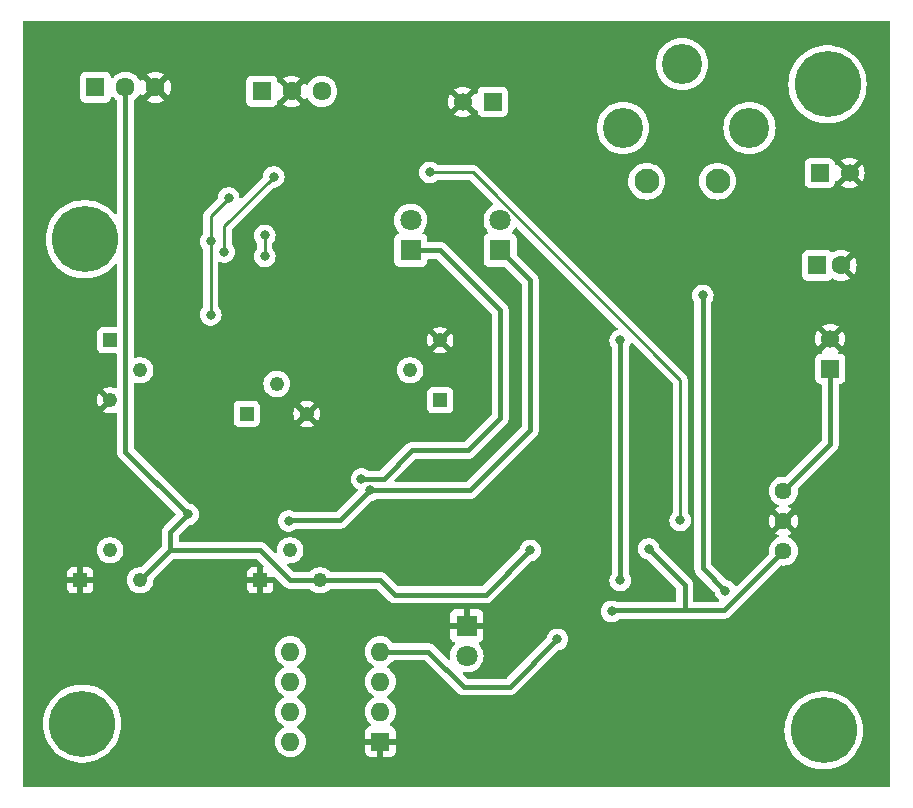
<source format=gbr>
%TF.GenerationSoftware,KiCad,Pcbnew,8.0.0*%
%TF.CreationDate,2024-04-17T16:31:31+02:00*%
%TF.ProjectId,BSPD,42535044-2e6b-4696-9361-645f70636258,rev?*%
%TF.SameCoordinates,Original*%
%TF.FileFunction,Copper,L2,Bot*%
%TF.FilePolarity,Positive*%
%FSLAX46Y46*%
G04 Gerber Fmt 4.6, Leading zero omitted, Abs format (unit mm)*
G04 Created by KiCad (PCBNEW 8.0.0) date 2024-04-17 16:31:31*
%MOMM*%
%LPD*%
G01*
G04 APERTURE LIST*
%TA.AperFunction,ComponentPad*%
%ADD10C,5.600000*%
%TD*%
%TA.AperFunction,ComponentPad*%
%ADD11R,1.530000X1.530000*%
%TD*%
%TA.AperFunction,ComponentPad*%
%ADD12C,1.530000*%
%TD*%
%TA.AperFunction,ComponentPad*%
%ADD13C,1.440000*%
%TD*%
%TA.AperFunction,ComponentPad*%
%ADD14R,1.217000X1.217000*%
%TD*%
%TA.AperFunction,ComponentPad*%
%ADD15C,1.217000*%
%TD*%
%TA.AperFunction,ComponentPad*%
%ADD16R,1.600000X1.600000*%
%TD*%
%TA.AperFunction,ComponentPad*%
%ADD17O,1.600000X1.600000*%
%TD*%
%TA.AperFunction,ComponentPad*%
%ADD18R,1.800000X1.800000*%
%TD*%
%TA.AperFunction,ComponentPad*%
%ADD19C,1.800000*%
%TD*%
%TA.AperFunction,ComponentPad*%
%ADD20C,2.100000*%
%TD*%
%TA.AperFunction,ComponentPad*%
%ADD21C,3.400000*%
%TD*%
%TA.AperFunction,ComponentPad*%
%ADD22C,1.600000*%
%TD*%
%TA.AperFunction,ComponentPad*%
%ADD23R,1.610000X1.610000*%
%TD*%
%TA.AperFunction,ComponentPad*%
%ADD24C,1.610000*%
%TD*%
%TA.AperFunction,ViaPad*%
%ADD25C,0.800000*%
%TD*%
%TA.AperFunction,Conductor*%
%ADD26C,0.400000*%
%TD*%
%TA.AperFunction,Conductor*%
%ADD27C,0.250000*%
%TD*%
G04 APERTURE END LIST*
D10*
%TO.P,,1*%
%TO.N,N/C*%
X164541200Y-111760000D03*
%TD*%
%TO.P,,1*%
%TO.N,N/C*%
X101981000Y-70180200D03*
%TD*%
%TO.P,,1*%
%TO.N,N/C*%
X101752400Y-111201200D03*
%TD*%
%TO.P,,1*%
%TO.N,N/C*%
X164871400Y-57073800D03*
%TD*%
D11*
%TO.P,J4,1,1*%
%TO.N,SC out*%
X136525000Y-58547000D03*
D12*
%TO.P,J4,2,2*%
%TO.N,0*%
X133985000Y-58547000D03*
%TD*%
D13*
%TO.P,U1,1,+VIN*%
%TO.N,+12V*%
X161136000Y-91501500D03*
%TO.P,U1,2,GND*%
%TO.N,0*%
X161136000Y-94041500D03*
%TO.P,U1,3,+VOUT*%
%TO.N,+5V*%
X161136000Y-96581500D03*
%TD*%
D14*
%TO.P,RV5,1,CCW*%
%TO.N,0*%
X116840000Y-99060000D03*
D15*
%TO.P,RV5,2,WIPER*%
%TO.N,Net-(CP2-IN-)*%
X119380000Y-96520000D03*
%TO.P,RV5,3,CW*%
%TO.N,+5V*%
X121920000Y-99060000D03*
%TD*%
D16*
%TO.P,TI1,1,GND*%
%TO.N,0*%
X127008945Y-112718181D03*
D17*
%TO.P,TI1,2,TRIGGER*%
%TO.N,Trigg Signal*%
X127008945Y-110178181D03*
%TO.P,TI1,3,OUTPUT*%
%TO.N,StayAlive*%
X127008945Y-107638181D03*
%TO.P,TI1,4,RESET*%
%TO.N,Net-(G2-Y)*%
X127008945Y-105098181D03*
%TO.P,TI1,5,CONTROL_VOLTAGE*%
%TO.N,Net-(TI1-CONTROL_VOLTAGE)*%
X119388945Y-105098181D03*
%TO.P,TI1,6,THRESHOLD*%
%TO.N,Net-(TI1-DISCHARGE)*%
X119388945Y-107638181D03*
%TO.P,TI1,7,DISCHARGE*%
X119388945Y-110178181D03*
%TO.P,TI1,8,+VCC*%
%TO.N,+5V*%
X119388945Y-112718181D03*
%TD*%
D18*
%TO.P,D1,1,K*%
%TO.N,0*%
X134330177Y-102896180D03*
D19*
%TO.P,D1,2,A*%
%TO.N,Net-(D1-A)*%
X134330177Y-105436180D03*
%TD*%
D20*
%TO.P,K1,1*%
%TO.N,Net-(K1-Pad1)*%
X155558500Y-65260500D03*
D21*
%TO.P,K1,2*%
%TO.N,SC in*%
X158258500Y-60760500D03*
%TO.P,K1,3*%
%TO.N,unconnected-(K1-Pad3)*%
X152558500Y-55360500D03*
%TO.P,K1,4*%
%TO.N,SC out*%
X147558500Y-60760500D03*
D20*
%TO.P,K1,5*%
%TO.N,+12V*%
X149558500Y-65260500D03*
%TD*%
D14*
%TO.P,RV1,1,CCW*%
%TO.N,Current Sensor IN*%
X104140000Y-78740000D03*
D15*
%TO.P,RV1,2,WIPER*%
%TO.N,Net-(CP1-IN+)*%
X106680000Y-81280000D03*
%TO.P,RV1,3,CW*%
%TO.N,0*%
X104140000Y-83820000D03*
%TD*%
D14*
%TO.P,RV4,1,CCW*%
%TO.N,0*%
X101600000Y-99060000D03*
D15*
%TO.P,RV4,2,WIPER*%
%TO.N,Net-(CP1-IN-)*%
X104140000Y-96520000D03*
%TO.P,RV4,3,CW*%
%TO.N,+5V*%
X106680000Y-99060000D03*
%TD*%
D14*
%TO.P,RV2,1,CCW*%
%TO.N,BPS Signal*%
X115697000Y-84963000D03*
D15*
%TO.P,RV2,2,WIPER*%
%TO.N,Net-(CP2-IN+)*%
X118237000Y-82423000D03*
%TO.P,RV2,3,CW*%
%TO.N,0*%
X120777000Y-84963000D03*
%TD*%
D18*
%TO.P,D2,1,K*%
%TO.N,Net-(CP2-OUT)*%
X137160000Y-71120000D03*
D19*
%TO.P,D2,2,A*%
%TO.N,Net-(D2-A)*%
X137160000Y-68580000D03*
%TD*%
D11*
%TO.P,J3,1,1*%
%TO.N,+12V*%
X165100000Y-81153000D03*
D12*
%TO.P,J3,2,2*%
%TO.N,0*%
X165100000Y-78613000D03*
%TD*%
D18*
%TO.P,D3,1,K*%
%TO.N,Net-(CP1-OUT)*%
X129579341Y-71120000D03*
D19*
%TO.P,D3,2,A*%
%TO.N,Net-(D3-A)*%
X129579341Y-68580000D03*
%TD*%
D16*
%TO.P,C5,1*%
%TO.N,+12V*%
X164017888Y-72390000D03*
D22*
%TO.P,C5,2*%
%TO.N,0*%
X166017888Y-72390000D03*
%TD*%
D23*
%TO.P,J2,1,1*%
%TO.N,Raw BPS Signal*%
X116967000Y-57658000D03*
D24*
%TO.P,J2,2,2*%
%TO.N,0*%
X119507000Y-57658000D03*
%TO.P,J2,3,3*%
%TO.N,+5V*%
X122047000Y-57658000D03*
%TD*%
D14*
%TO.P,RV3,1,CCW*%
%TO.N,+5V*%
X132080000Y-83820000D03*
D15*
%TO.P,RV3,2,WIPER*%
%TO.N,Net-(CP3-IN-)*%
X129540000Y-81280000D03*
%TO.P,RV3,3,CW*%
%TO.N,0*%
X132080000Y-78740000D03*
%TD*%
D11*
%TO.P,J5,1,1*%
%TO.N,SC in*%
X164195000Y-64568000D03*
D12*
%TO.P,J5,2,2*%
%TO.N,0*%
X166735000Y-64568000D03*
%TD*%
D23*
%TO.P,J1,1,1*%
%TO.N,Raw Current Sensor*%
X102892000Y-57312001D03*
D24*
%TO.P,J1,2,2*%
%TO.N,+5V*%
X105432000Y-57312001D03*
%TO.P,J1,3,3*%
%TO.N,0*%
X107972000Y-57312001D03*
%TD*%
D25*
%TO.N,0*%
X154305000Y-100330000D03*
%TO.N,Net-(CP1-OUT)*%
X125410000Y-90490000D03*
%TO.N,+5V*%
X146595500Y-101692134D03*
X139700000Y-96520000D03*
X149733000Y-96393000D03*
X110744000Y-93472000D03*
%TO.N,Net-(CP2-OUT)*%
X119251221Y-94028303D03*
X126133745Y-91453326D03*
%TO.N,Trigg*%
X147320000Y-99060000D03*
X147320000Y-78740000D03*
%TO.N,BPS Signal*%
X114173000Y-66675000D03*
X112649000Y-76581000D03*
X112649000Y-70358000D03*
%TO.N,Net-(G2-Y)*%
X141991185Y-104052914D03*
%TO.N,Net-(G6-Y)*%
X154305000Y-74930000D03*
X156210000Y-99949000D03*
%TO.N,SCS Compliance*%
X113792000Y-71247000D03*
X131191000Y-64516000D03*
X152400000Y-93980000D03*
X117983000Y-64897000D03*
%TO.N,/4.25V*%
X117221000Y-69850000D03*
X117221000Y-71628000D03*
%TD*%
D26*
%TO.N,Net-(CP1-OUT)*%
X137160000Y-85342508D02*
X137160000Y-76200000D01*
X132080000Y-71120000D02*
X129579341Y-71120000D01*
X137160000Y-76200000D02*
X132080000Y-71120000D01*
X127277000Y-90490000D02*
X129695239Y-88071761D01*
X125410000Y-90490000D02*
X127277000Y-90490000D01*
X129695239Y-88071761D02*
X134430747Y-88071761D01*
X134430747Y-88071761D02*
X137160000Y-85342508D01*
%TO.N,+5V*%
X127000000Y-99060000D02*
X121920000Y-99060000D01*
X116840000Y-96520000D02*
X109220000Y-96520000D01*
X110744000Y-93472000D02*
X109220000Y-94996000D01*
X152781000Y-101600000D02*
X156117500Y-101600000D01*
X139700000Y-96520000D02*
X135942314Y-100277686D01*
X149733000Y-96393000D02*
X152781000Y-99441000D01*
X128217686Y-100277686D02*
X127000000Y-99060000D01*
X128217686Y-100277686D02*
X135942314Y-100277686D01*
X109220000Y-94996000D02*
X109220000Y-96520000D01*
X156117500Y-101600000D02*
X161136000Y-96581500D01*
X110744000Y-93472000D02*
X105432000Y-88160000D01*
X106680000Y-99060000D02*
X109220000Y-96520000D01*
X105432000Y-88160000D02*
X105432000Y-57312001D01*
X119380000Y-99060000D02*
X116840000Y-96520000D01*
X146595500Y-101692134D02*
X146687634Y-101600000D01*
X146687634Y-101600000D02*
X152781000Y-101600000D01*
X121920000Y-99060000D02*
X119380000Y-99060000D01*
X152781000Y-99441000D02*
X152781000Y-101600000D01*
%TO.N,Net-(CP2-OUT)*%
X139700000Y-86360000D02*
X139700000Y-73660000D01*
X126133745Y-91453326D02*
X134606674Y-91453326D01*
X139700000Y-73660000D02*
X137160000Y-71120000D01*
X134606674Y-91453326D02*
X139700000Y-86360000D01*
X123607071Y-93980000D02*
X126133745Y-91453326D01*
X119299524Y-93980000D02*
X123607071Y-93980000D01*
X119251221Y-94028303D02*
X119299524Y-93980000D01*
%TO.N,Trigg*%
X147320000Y-78740000D02*
X147320000Y-99060000D01*
D27*
%TO.N,BPS Signal*%
X112649000Y-76581000D02*
X112649000Y-71548001D01*
X112649000Y-69911812D02*
X112649000Y-68199000D01*
X112649000Y-68199000D02*
X114173000Y-66675000D01*
X112649000Y-69911812D02*
X112649000Y-70358000D01*
X112649000Y-70358000D02*
X112649000Y-71628000D01*
D26*
%TO.N,+12V*%
X161136000Y-91501500D02*
X165100000Y-87537500D01*
X165100000Y-87537500D02*
X165100000Y-81153000D01*
%TO.N,Net-(G2-Y)*%
X134074646Y-108096152D02*
X137947947Y-108096152D01*
X137947947Y-108096152D02*
X141991185Y-104052914D01*
X127008945Y-105098181D02*
X131076675Y-105098181D01*
X131076675Y-105098181D02*
X134074646Y-108096152D01*
%TO.N,Net-(G6-Y)*%
X154305000Y-98044000D02*
X156210000Y-99949000D01*
X154305000Y-74930000D02*
X154305000Y-98044000D01*
D27*
%TO.N,SCS Compliance*%
X113792000Y-71247000D02*
X113792000Y-69088000D01*
X134828412Y-64516000D02*
X152400000Y-82087588D01*
X131191000Y-64516000D02*
X134828412Y-64516000D01*
X113792000Y-69088000D02*
X117983000Y-64897000D01*
X152400000Y-82087588D02*
X152400000Y-93980000D01*
%TO.N,/4.25V*%
X117221000Y-69850000D02*
X117221000Y-71628000D01*
%TD*%
%TA.AperFunction,Conductor*%
%TO.N,0*%
G36*
X170122121Y-51709002D02*
G01*
X170168614Y-51762658D01*
X170180000Y-51815000D01*
X170180000Y-116460000D01*
X170159998Y-116528121D01*
X170106342Y-116574614D01*
X170054000Y-116586000D01*
X96900000Y-116586000D01*
X96831879Y-116565998D01*
X96785386Y-116512342D01*
X96774000Y-116460000D01*
X96774000Y-111201203D01*
X98439041Y-111201203D01*
X98458464Y-111559437D01*
X98516503Y-111913469D01*
X98612484Y-112259159D01*
X98694172Y-112464181D01*
X98745277Y-112592443D01*
X98784020Y-112665520D01*
X98893793Y-112872575D01*
X98913325Y-112909415D01*
X99114658Y-113206359D01*
X99257843Y-113374930D01*
X99346916Y-113479795D01*
X99607362Y-113726504D01*
X99607377Y-113726517D01*
X99892986Y-113943631D01*
X100200395Y-114128593D01*
X100525999Y-114279233D01*
X100865983Y-114393787D01*
X101216358Y-114470911D01*
X101573018Y-114509700D01*
X101573026Y-114509700D01*
X101931774Y-114509700D01*
X101931782Y-114509700D01*
X102288442Y-114470911D01*
X102638817Y-114393787D01*
X102978801Y-114279233D01*
X103304405Y-114128593D01*
X103611814Y-113943631D01*
X103897423Y-113726517D01*
X104157884Y-113479795D01*
X104390142Y-113206359D01*
X104591475Y-112909415D01*
X104692861Y-112718181D01*
X118075447Y-112718181D01*
X118095402Y-112946268D01*
X118120052Y-113038261D01*
X118154660Y-113167421D01*
X118154662Y-113167427D01*
X118251422Y-113374930D01*
X118316737Y-113468210D01*
X118382747Y-113562481D01*
X118544645Y-113724379D01*
X118732196Y-113855704D01*
X118939702Y-113952465D01*
X119160858Y-114011724D01*
X119388945Y-114031679D01*
X119617032Y-114011724D01*
X119838188Y-113952465D01*
X120045694Y-113855704D01*
X120233245Y-113724379D01*
X120395143Y-113562481D01*
X120526468Y-113374930D01*
X120623229Y-113167424D01*
X120682488Y-112946268D01*
X120702443Y-112718181D01*
X120682488Y-112490094D01*
X120623229Y-112268938D01*
X120526468Y-112061432D01*
X120395143Y-111873881D01*
X120233245Y-111711983D01*
X120045694Y-111580658D01*
X120006488Y-111562376D01*
X119953203Y-111515460D01*
X119933741Y-111447183D01*
X119954282Y-111379223D01*
X120006488Y-111333986D01*
X120014768Y-111330125D01*
X120045694Y-111315704D01*
X120233245Y-111184379D01*
X120395143Y-111022481D01*
X120526468Y-110834930D01*
X120623229Y-110627424D01*
X120682488Y-110406268D01*
X120702443Y-110178181D01*
X125695447Y-110178181D01*
X125715402Y-110406267D01*
X125774660Y-110627421D01*
X125774662Y-110627427D01*
X125871422Y-110834930D01*
X126002744Y-111022477D01*
X126002749Y-111022483D01*
X126164642Y-111184376D01*
X126164650Y-111184383D01*
X126168569Y-111187127D01*
X126212899Y-111242584D01*
X126220209Y-111313203D01*
X126188178Y-111376564D01*
X126126978Y-111412549D01*
X126109777Y-111415618D01*
X126099853Y-111416685D01*
X125962980Y-111467736D01*
X125962979Y-111467736D01*
X125846040Y-111555276D01*
X125758500Y-111672215D01*
X125758500Y-111672216D01*
X125707450Y-111809087D01*
X125700945Y-111869583D01*
X125700945Y-112464181D01*
X126697259Y-112464181D01*
X126688865Y-112472575D01*
X126636204Y-112563787D01*
X126608945Y-112665520D01*
X126608945Y-112770842D01*
X126636204Y-112872575D01*
X126688865Y-112963787D01*
X126697259Y-112972181D01*
X125700945Y-112972181D01*
X125700945Y-113566778D01*
X125707450Y-113627274D01*
X125758500Y-113764145D01*
X125758500Y-113764146D01*
X125846040Y-113881085D01*
X125962979Y-113968625D01*
X126099851Y-114019675D01*
X126160347Y-114026180D01*
X126160360Y-114026181D01*
X126754945Y-114026181D01*
X126754945Y-113029867D01*
X126763339Y-113038261D01*
X126854551Y-113090922D01*
X126956284Y-113118181D01*
X127061606Y-113118181D01*
X127163339Y-113090922D01*
X127254551Y-113038261D01*
X127262945Y-113029867D01*
X127262945Y-114026181D01*
X127857530Y-114026181D01*
X127857542Y-114026180D01*
X127918038Y-114019675D01*
X128054909Y-113968625D01*
X128054910Y-113968625D01*
X128171849Y-113881085D01*
X128259389Y-113764146D01*
X128259389Y-113764145D01*
X128310439Y-113627274D01*
X128316944Y-113566778D01*
X128316945Y-113566766D01*
X128316945Y-112972181D01*
X127320631Y-112972181D01*
X127329025Y-112963787D01*
X127381686Y-112872575D01*
X127408945Y-112770842D01*
X127408945Y-112665520D01*
X127381686Y-112563787D01*
X127329025Y-112472575D01*
X127320631Y-112464181D01*
X128316945Y-112464181D01*
X128316945Y-111869595D01*
X128316944Y-111869583D01*
X128310439Y-111809087D01*
X128292132Y-111760003D01*
X161227841Y-111760003D01*
X161247264Y-112118237D01*
X161305303Y-112472269D01*
X161401284Y-112817959D01*
X161459387Y-112963787D01*
X161534077Y-113151243D01*
X161702125Y-113468215D01*
X161903458Y-113765159D01*
X162129841Y-114031678D01*
X162135716Y-114038595D01*
X162396162Y-114285304D01*
X162396177Y-114285317D01*
X162681786Y-114502431D01*
X162989195Y-114687393D01*
X163314799Y-114838033D01*
X163654783Y-114952587D01*
X164005158Y-115029711D01*
X164361818Y-115068500D01*
X164361826Y-115068500D01*
X164720574Y-115068500D01*
X164720582Y-115068500D01*
X165077242Y-115029711D01*
X165427617Y-114952587D01*
X165767601Y-114838033D01*
X166093205Y-114687393D01*
X166400614Y-114502431D01*
X166686223Y-114285317D01*
X166946684Y-114038595D01*
X167178942Y-113765159D01*
X167380275Y-113468215D01*
X167548323Y-113151243D01*
X167681115Y-112817961D01*
X167777095Y-112472274D01*
X167835136Y-112118237D01*
X167854559Y-111760000D01*
X167835136Y-111401763D01*
X167777095Y-111047726D01*
X167681115Y-110702039D01*
X167548323Y-110368757D01*
X167380275Y-110051785D01*
X167178942Y-109754841D01*
X166946684Y-109481405D01*
X166946683Y-109481404D01*
X166686237Y-109234695D01*
X166686222Y-109234682D01*
X166400618Y-109017572D01*
X166400612Y-109017568D01*
X166333420Y-108977140D01*
X166093205Y-108832607D01*
X165767601Y-108681967D01*
X165427617Y-108567413D01*
X165380115Y-108556956D01*
X165077254Y-108490291D01*
X165077230Y-108490287D01*
X164720589Y-108451500D01*
X164720582Y-108451500D01*
X164361818Y-108451500D01*
X164361810Y-108451500D01*
X164005169Y-108490287D01*
X164005145Y-108490291D01*
X163654787Y-108567412D01*
X163654773Y-108567416D01*
X163314801Y-108681966D01*
X163314799Y-108681967D01*
X163057993Y-108800778D01*
X162989189Y-108832610D01*
X162681787Y-109017568D01*
X162681781Y-109017572D01*
X162396177Y-109234682D01*
X162396162Y-109234695D01*
X162135716Y-109481404D01*
X161903456Y-109754843D01*
X161702124Y-110051785D01*
X161702122Y-110051789D01*
X161534076Y-110368759D01*
X161534072Y-110368768D01*
X161401284Y-110702040D01*
X161305303Y-111047730D01*
X161247264Y-111401762D01*
X161227841Y-111759996D01*
X161227841Y-111760003D01*
X128292132Y-111760003D01*
X128259389Y-111672216D01*
X128259389Y-111672215D01*
X128171849Y-111555276D01*
X128054910Y-111467736D01*
X127918036Y-111416685D01*
X127908113Y-111415618D01*
X127842522Y-111388445D01*
X127802035Y-111330125D01*
X127799505Y-111259173D01*
X127835736Y-111198117D01*
X127849320Y-111187127D01*
X127853245Y-111184379D01*
X128015143Y-111022481D01*
X128146468Y-110834930D01*
X128243229Y-110627424D01*
X128302488Y-110406268D01*
X128322443Y-110178181D01*
X128302488Y-109950094D01*
X128243229Y-109728938D01*
X128146468Y-109521432D01*
X128015143Y-109333881D01*
X127853245Y-109171983D01*
X127665694Y-109040658D01*
X127626488Y-109022376D01*
X127573203Y-108975460D01*
X127553741Y-108907183D01*
X127574282Y-108839223D01*
X127626488Y-108793986D01*
X127632814Y-108791036D01*
X127665694Y-108775704D01*
X127853245Y-108644379D01*
X128015143Y-108482481D01*
X128146468Y-108294930D01*
X128243229Y-108087424D01*
X128302488Y-107866268D01*
X128322443Y-107638181D01*
X128302488Y-107410094D01*
X128243229Y-107188938D01*
X128146468Y-106981432D01*
X128015143Y-106793881D01*
X127853245Y-106631983D01*
X127835230Y-106619369D01*
X127790943Y-106588358D01*
X127665694Y-106500658D01*
X127626488Y-106482376D01*
X127573203Y-106435460D01*
X127553741Y-106367183D01*
X127574282Y-106299223D01*
X127626488Y-106253986D01*
X127628942Y-106252841D01*
X127665694Y-106235704D01*
X127853245Y-106104379D01*
X128015143Y-105942481D01*
X128072610Y-105860410D01*
X128128067Y-105816082D01*
X128175823Y-105806681D01*
X130731014Y-105806681D01*
X130799135Y-105826683D01*
X130820109Y-105843586D01*
X133622997Y-108646475D01*
X133623003Y-108646480D01*
X133739045Y-108724017D01*
X133792453Y-108746138D01*
X133867984Y-108777425D01*
X133985386Y-108800777D01*
X134004864Y-108804652D01*
X134004865Y-108804652D01*
X134004866Y-108804652D01*
X138017724Y-108804652D01*
X138017729Y-108804652D01*
X138086168Y-108791038D01*
X138154609Y-108777425D01*
X138192374Y-108761782D01*
X138283548Y-108724017D01*
X138399590Y-108646480D01*
X142057721Y-104988348D01*
X142120031Y-104954325D01*
X142120442Y-104954235D01*
X142273473Y-104921708D01*
X142447937Y-104844032D01*
X142602438Y-104731780D01*
X142602440Y-104731778D01*
X142730219Y-104589865D01*
X142730220Y-104589863D01*
X142730225Y-104589858D01*
X142825712Y-104424470D01*
X142884727Y-104242842D01*
X142904689Y-104052914D01*
X142884727Y-103862986D01*
X142825712Y-103681358D01*
X142730225Y-103515970D01*
X142730223Y-103515968D01*
X142730219Y-103515962D01*
X142602440Y-103374049D01*
X142447937Y-103261796D01*
X142273473Y-103184120D01*
X142086672Y-103144414D01*
X141895698Y-103144414D01*
X141708896Y-103184120D01*
X141534432Y-103261796D01*
X141379929Y-103374049D01*
X141252150Y-103515962D01*
X141252143Y-103515972D01*
X141156661Y-103681352D01*
X141156658Y-103681359D01*
X141097644Y-103862981D01*
X141097643Y-103862983D01*
X141097643Y-103862986D01*
X141092735Y-103909684D01*
X141065721Y-103975340D01*
X141056520Y-103985606D01*
X137691381Y-107350747D01*
X137629069Y-107384772D01*
X137602286Y-107387652D01*
X134420307Y-107387652D01*
X134352186Y-107367650D01*
X134331212Y-107350747D01*
X134025480Y-107045015D01*
X133991454Y-106982703D01*
X133996519Y-106911888D01*
X134039066Y-106855052D01*
X134105586Y-106830241D01*
X134135314Y-106831639D01*
X134213463Y-106844680D01*
X134213465Y-106844680D01*
X134446885Y-106844680D01*
X134446889Y-106844680D01*
X134677128Y-106806260D01*
X134897904Y-106730467D01*
X135103194Y-106619370D01*
X135287397Y-106475998D01*
X135323169Y-106437140D01*
X135445491Y-106304263D01*
X135448784Y-106299223D01*
X135573161Y-106108849D01*
X135666926Y-105895087D01*
X135724228Y-105668806D01*
X135743504Y-105436180D01*
X135724228Y-105203554D01*
X135666926Y-104977273D01*
X135573161Y-104763511D01*
X135445491Y-104568097D01*
X135359966Y-104475193D01*
X135328547Y-104411531D01*
X135336533Y-104340985D01*
X135381392Y-104285956D01*
X135408637Y-104271802D01*
X135476142Y-104246624D01*
X135593081Y-104159084D01*
X135680621Y-104042145D01*
X135680621Y-104042144D01*
X135731671Y-103905273D01*
X135738176Y-103844777D01*
X135738177Y-103844765D01*
X135738177Y-103150180D01*
X134703145Y-103150180D01*
X134749510Y-103069874D01*
X134780177Y-102955424D01*
X134780177Y-102836936D01*
X134749510Y-102722486D01*
X134703145Y-102642180D01*
X135738177Y-102642180D01*
X135738177Y-101947594D01*
X135738176Y-101947582D01*
X135731671Y-101887086D01*
X135680621Y-101750215D01*
X135680621Y-101750214D01*
X135637143Y-101692134D01*
X145681996Y-101692134D01*
X145701957Y-101882061D01*
X145703590Y-101887086D01*
X145760973Y-102063690D01*
X145760976Y-102063695D01*
X145856458Y-102229075D01*
X145856465Y-102229085D01*
X145984244Y-102370998D01*
X145984247Y-102371000D01*
X146138748Y-102483252D01*
X146313212Y-102560928D01*
X146500013Y-102600634D01*
X146690987Y-102600634D01*
X146877788Y-102560928D01*
X147052252Y-102483252D01*
X147206753Y-102371000D01*
X147206755Y-102370998D01*
X147225490Y-102350191D01*
X147285935Y-102312950D01*
X147319127Y-102308500D01*
X156187277Y-102308500D01*
X156187282Y-102308500D01*
X156255721Y-102294886D01*
X156324162Y-102281273D01*
X156361927Y-102265630D01*
X156453101Y-102227865D01*
X156569143Y-102150328D01*
X160881834Y-97837635D01*
X160944144Y-97803612D01*
X160981904Y-97801211D01*
X161136000Y-97814693D01*
X161350142Y-97795958D01*
X161557777Y-97740322D01*
X161752597Y-97649476D01*
X161928681Y-97526181D01*
X162080681Y-97374181D01*
X162203976Y-97198097D01*
X162294822Y-97003277D01*
X162350458Y-96795642D01*
X162369193Y-96581500D01*
X162350458Y-96367358D01*
X162294822Y-96159723D01*
X162203976Y-95964904D01*
X162203975Y-95964903D01*
X162203974Y-95964900D01*
X162080685Y-95788823D01*
X162080682Y-95788820D01*
X162005996Y-95714134D01*
X161928681Y-95636819D01*
X161911510Y-95624796D01*
X161752597Y-95513524D01*
X161563655Y-95425419D01*
X161510370Y-95378502D01*
X161490909Y-95310224D01*
X161511451Y-95242265D01*
X161563656Y-95197029D01*
X161752343Y-95109043D01*
X161752344Y-95109042D01*
X161806447Y-95071157D01*
X161806447Y-95071156D01*
X161236454Y-94501163D01*
X161317413Y-94479471D01*
X161424587Y-94417594D01*
X161512094Y-94330087D01*
X161573971Y-94222913D01*
X161595663Y-94141954D01*
X162165656Y-94711947D01*
X162165657Y-94711947D01*
X162203541Y-94657846D01*
X162294349Y-94463108D01*
X162294351Y-94463103D01*
X162349963Y-94255552D01*
X162368690Y-94041500D01*
X162349963Y-93827447D01*
X162294351Y-93619896D01*
X162294349Y-93619892D01*
X162203541Y-93425154D01*
X162165658Y-93371051D01*
X162165657Y-93371051D01*
X161595663Y-93941045D01*
X161573971Y-93860087D01*
X161512094Y-93752913D01*
X161424587Y-93665406D01*
X161317413Y-93603529D01*
X161236453Y-93581836D01*
X161806447Y-93011841D01*
X161806447Y-93011840D01*
X161752344Y-92973957D01*
X161752345Y-92973957D01*
X161563655Y-92885970D01*
X161510370Y-92839053D01*
X161490909Y-92770775D01*
X161511451Y-92702816D01*
X161563654Y-92657581D01*
X161752597Y-92569476D01*
X161928681Y-92446181D01*
X162080681Y-92294181D01*
X162203976Y-92118097D01*
X162294822Y-91923277D01*
X162350458Y-91715642D01*
X162369193Y-91501500D01*
X162355711Y-91347406D01*
X162369700Y-91277804D01*
X162392134Y-91247335D01*
X165650328Y-87989142D01*
X165727865Y-87873100D01*
X165781273Y-87744161D01*
X165782865Y-87736160D01*
X165808500Y-87607281D01*
X165808500Y-82550983D01*
X165828502Y-82482862D01*
X165882158Y-82436369D01*
X165921033Y-82425705D01*
X165974196Y-82419990D01*
X165974199Y-82419989D01*
X165974201Y-82419989D01*
X166111204Y-82368889D01*
X166124467Y-82358961D01*
X166228261Y-82281261D01*
X166315887Y-82164207D01*
X166315887Y-82164206D01*
X166315889Y-82164204D01*
X166366989Y-82027201D01*
X166367206Y-82025191D01*
X166373499Y-81966649D01*
X166373500Y-81966632D01*
X166373500Y-80339367D01*
X166373499Y-80339350D01*
X166366990Y-80278803D01*
X166366988Y-80278795D01*
X166315889Y-80141797D01*
X166315887Y-80141792D01*
X166228261Y-80024738D01*
X166111207Y-79937112D01*
X166111202Y-79937110D01*
X165974204Y-79886011D01*
X165974196Y-79886009D01*
X165913649Y-79879500D01*
X165913638Y-79879500D01*
X165910277Y-79879500D01*
X165842156Y-79859498D01*
X165795663Y-79805842D01*
X165785559Y-79735568D01*
X165800274Y-79703346D01*
X165802757Y-79674968D01*
X165233113Y-79105323D01*
X165296853Y-79088245D01*
X165413147Y-79021102D01*
X165508102Y-78926147D01*
X165575245Y-78809853D01*
X165592323Y-78746112D01*
X166161968Y-79315757D01*
X166161969Y-79315757D01*
X166206661Y-79251932D01*
X166206662Y-79251931D01*
X166300796Y-79050058D01*
X166300798Y-79050053D01*
X166358448Y-78834897D01*
X166377862Y-78613000D01*
X166358448Y-78391102D01*
X166300798Y-78175946D01*
X166300796Y-78175941D01*
X166206661Y-77974068D01*
X166161969Y-77910241D01*
X166161967Y-77910241D01*
X165592323Y-78479885D01*
X165575245Y-78416147D01*
X165508102Y-78299853D01*
X165413147Y-78204898D01*
X165296853Y-78137755D01*
X165233112Y-78120676D01*
X165802757Y-77551030D01*
X165802757Y-77551029D01*
X165738930Y-77506337D01*
X165738931Y-77506337D01*
X165537058Y-77412203D01*
X165537053Y-77412201D01*
X165321897Y-77354551D01*
X165100000Y-77335137D01*
X164878102Y-77354551D01*
X164662946Y-77412201D01*
X164662942Y-77412203D01*
X164461067Y-77506339D01*
X164397240Y-77551030D01*
X164966886Y-78120676D01*
X164903147Y-78137755D01*
X164786853Y-78204898D01*
X164691898Y-78299853D01*
X164624755Y-78416147D01*
X164607676Y-78479886D01*
X164038030Y-77910240D01*
X163993339Y-77974067D01*
X163899203Y-78175942D01*
X163899201Y-78175946D01*
X163841551Y-78391102D01*
X163822137Y-78613000D01*
X163841551Y-78834897D01*
X163899201Y-79050053D01*
X163899203Y-79050058D01*
X163993337Y-79251931D01*
X164038030Y-79315757D01*
X164607675Y-78746111D01*
X164624755Y-78809853D01*
X164691898Y-78926147D01*
X164786853Y-79021102D01*
X164903147Y-79088245D01*
X164966885Y-79105323D01*
X164397241Y-79674967D01*
X164399149Y-79696773D01*
X164406321Y-79705746D01*
X164413629Y-79776365D01*
X164381597Y-79839725D01*
X164320395Y-79875709D01*
X164289721Y-79879500D01*
X164286350Y-79879500D01*
X164225803Y-79886009D01*
X164225795Y-79886011D01*
X164088797Y-79937110D01*
X164088792Y-79937112D01*
X163971738Y-80024738D01*
X163884112Y-80141792D01*
X163884110Y-80141797D01*
X163833011Y-80278795D01*
X163833009Y-80278803D01*
X163826500Y-80339350D01*
X163826500Y-81966649D01*
X163833009Y-82027196D01*
X163833011Y-82027204D01*
X163884110Y-82164202D01*
X163884112Y-82164207D01*
X163971738Y-82281261D01*
X164088792Y-82368887D01*
X164088794Y-82368888D01*
X164088796Y-82368889D01*
X164131195Y-82384703D01*
X164225795Y-82419988D01*
X164225803Y-82419990D01*
X164278967Y-82425705D01*
X164344560Y-82452873D01*
X164385051Y-82511190D01*
X164391500Y-82550983D01*
X164391500Y-87191838D01*
X164371498Y-87259959D01*
X164354595Y-87280933D01*
X161390166Y-90245361D01*
X161327854Y-90279387D01*
X161290091Y-90281787D01*
X161136001Y-90268307D01*
X161136000Y-90268307D01*
X161009355Y-90279387D01*
X160921858Y-90287042D01*
X160714225Y-90342677D01*
X160714220Y-90342679D01*
X160519400Y-90433525D01*
X160343323Y-90556814D01*
X160343313Y-90556823D01*
X160191323Y-90708813D01*
X160191314Y-90708823D01*
X160068025Y-90884900D01*
X159977179Y-91079720D01*
X159977177Y-91079725D01*
X159921542Y-91287358D01*
X159902807Y-91501500D01*
X159921542Y-91715641D01*
X159977177Y-91923274D01*
X159977179Y-91923280D01*
X160068024Y-92118097D01*
X160098787Y-92162032D01*
X160191319Y-92294181D01*
X160343319Y-92446181D01*
X160519403Y-92569476D01*
X160708345Y-92657581D01*
X160761629Y-92704497D01*
X160781090Y-92772774D01*
X160760548Y-92840734D01*
X160708345Y-92885969D01*
X160519656Y-92973957D01*
X160519654Y-92973958D01*
X160465550Y-93011841D01*
X161035545Y-93581836D01*
X160954587Y-93603529D01*
X160847413Y-93665406D01*
X160759906Y-93752913D01*
X160698029Y-93860087D01*
X160676336Y-93941045D01*
X160106341Y-93371050D01*
X160068459Y-93425153D01*
X159977650Y-93619892D01*
X159977648Y-93619896D01*
X159922036Y-93827447D01*
X159903309Y-94041500D01*
X159922036Y-94255552D01*
X159977648Y-94463103D01*
X159977650Y-94463108D01*
X160068457Y-94657845D01*
X160106341Y-94711947D01*
X160676336Y-94141952D01*
X160698029Y-94222913D01*
X160759906Y-94330087D01*
X160847413Y-94417594D01*
X160954587Y-94479471D01*
X161035546Y-94501163D01*
X160465551Y-95071157D01*
X160465551Y-95071158D01*
X160519655Y-95109042D01*
X160519654Y-95109042D01*
X160708344Y-95197029D01*
X160761629Y-95243946D01*
X160781090Y-95312223D01*
X160760548Y-95380183D01*
X160708344Y-95425419D01*
X160519400Y-95513525D01*
X160343323Y-95636814D01*
X160343313Y-95636823D01*
X160191323Y-95788813D01*
X160191314Y-95788823D01*
X160068025Y-95964900D01*
X159977179Y-96159720D01*
X159977177Y-96159725D01*
X159921542Y-96367358D01*
X159902807Y-96581501D01*
X159916287Y-96735591D01*
X159902297Y-96805195D01*
X159879861Y-96835666D01*
X157194882Y-99520646D01*
X157132570Y-99554672D01*
X157061755Y-99549607D01*
X157004919Y-99507060D01*
X156996672Y-99494558D01*
X156949040Y-99412056D01*
X156949038Y-99412054D01*
X156949034Y-99412048D01*
X156821255Y-99270135D01*
X156666752Y-99157882D01*
X156492288Y-99080206D01*
X156339431Y-99047715D01*
X156276957Y-99013986D01*
X156276533Y-99013563D01*
X155050405Y-97787434D01*
X155016379Y-97725122D01*
X155013500Y-97698339D01*
X155013500Y-75549229D01*
X155033502Y-75481108D01*
X155040208Y-75472325D01*
X155040157Y-75472288D01*
X155044033Y-75466950D01*
X155044040Y-75466944D01*
X155139527Y-75301556D01*
X155198542Y-75119928D01*
X155218504Y-74930000D01*
X155198542Y-74740072D01*
X155139527Y-74558444D01*
X155044040Y-74393056D01*
X155044038Y-74393054D01*
X155044034Y-74393048D01*
X154916255Y-74251135D01*
X154761752Y-74138882D01*
X154587288Y-74061206D01*
X154400487Y-74021500D01*
X154209513Y-74021500D01*
X154022711Y-74061206D01*
X153848247Y-74138882D01*
X153693744Y-74251135D01*
X153565965Y-74393048D01*
X153565958Y-74393058D01*
X153470476Y-74558438D01*
X153470473Y-74558445D01*
X153411457Y-74740072D01*
X153391496Y-74930000D01*
X153411457Y-75119927D01*
X153441526Y-75212470D01*
X153470473Y-75301556D01*
X153470476Y-75301561D01*
X153565958Y-75466941D01*
X153569843Y-75472288D01*
X153568233Y-75473457D01*
X153594853Y-75528925D01*
X153596500Y-75549229D01*
X153596500Y-98113784D01*
X153623727Y-98250661D01*
X153623729Y-98250666D01*
X153677135Y-98379601D01*
X153737171Y-98469452D01*
X153754672Y-98495643D01*
X155275335Y-100016305D01*
X155309359Y-100078616D01*
X155311549Y-100092227D01*
X155316457Y-100138927D01*
X155328666Y-100176500D01*
X155375473Y-100320556D01*
X155375476Y-100320561D01*
X155470958Y-100485941D01*
X155470965Y-100485951D01*
X155598744Y-100627864D01*
X155647881Y-100663564D01*
X155691235Y-100719786D01*
X155697310Y-100790522D01*
X155664179Y-100853314D01*
X155602359Y-100888225D01*
X155573820Y-100891500D01*
X153615500Y-100891500D01*
X153547379Y-100871498D01*
X153500886Y-100817842D01*
X153489500Y-100765500D01*
X153489500Y-99371220D01*
X153489499Y-99371216D01*
X153462273Y-99234338D01*
X153446630Y-99196572D01*
X153408865Y-99105399D01*
X153331328Y-98989358D01*
X153331323Y-98989352D01*
X150667664Y-96325693D01*
X150633638Y-96263381D01*
X150631449Y-96249766D01*
X150626542Y-96203075D01*
X150626541Y-96203069D01*
X150567527Y-96021444D01*
X150472040Y-95856056D01*
X150472038Y-95856054D01*
X150472034Y-95856048D01*
X150344255Y-95714135D01*
X150189752Y-95601882D01*
X150015288Y-95524206D01*
X149828487Y-95484500D01*
X149637513Y-95484500D01*
X149450711Y-95524206D01*
X149276247Y-95601882D01*
X149121744Y-95714135D01*
X148993965Y-95856048D01*
X148993958Y-95856058D01*
X148898476Y-96021438D01*
X148898473Y-96021445D01*
X148839457Y-96203072D01*
X148819496Y-96393000D01*
X148839457Y-96582927D01*
X148855167Y-96631276D01*
X148898473Y-96764556D01*
X148898476Y-96764561D01*
X148993958Y-96929941D01*
X148993965Y-96929951D01*
X149121744Y-97071864D01*
X149121747Y-97071866D01*
X149276248Y-97184118D01*
X149450712Y-97261794D01*
X149603568Y-97294284D01*
X149666040Y-97328012D01*
X149666465Y-97328436D01*
X150855742Y-98517713D01*
X152035595Y-99697565D01*
X152069620Y-99759877D01*
X152072500Y-99786660D01*
X152072500Y-100765500D01*
X152052498Y-100833621D01*
X151998842Y-100880114D01*
X151946500Y-100891500D01*
X147057662Y-100891500D01*
X147006414Y-100880607D01*
X146877790Y-100823340D01*
X146690987Y-100783634D01*
X146500013Y-100783634D01*
X146313211Y-100823340D01*
X146138747Y-100901016D01*
X145984244Y-101013269D01*
X145856465Y-101155182D01*
X145856458Y-101155192D01*
X145760976Y-101320572D01*
X145760973Y-101320579D01*
X145701957Y-101502206D01*
X145681996Y-101692134D01*
X135637143Y-101692134D01*
X135593081Y-101633275D01*
X135476142Y-101545735D01*
X135339270Y-101494685D01*
X135278774Y-101488180D01*
X134584177Y-101488180D01*
X134584177Y-102523211D01*
X134503871Y-102476847D01*
X134389421Y-102446180D01*
X134270933Y-102446180D01*
X134156483Y-102476847D01*
X134076177Y-102523211D01*
X134076177Y-101488180D01*
X133381579Y-101488180D01*
X133321083Y-101494685D01*
X133184212Y-101545735D01*
X133184211Y-101545735D01*
X133067272Y-101633275D01*
X132979732Y-101750214D01*
X132979732Y-101750215D01*
X132928682Y-101887086D01*
X132922177Y-101947582D01*
X132922177Y-102642180D01*
X133957209Y-102642180D01*
X133910844Y-102722486D01*
X133880177Y-102836936D01*
X133880177Y-102955424D01*
X133910844Y-103069874D01*
X133957209Y-103150180D01*
X132922177Y-103150180D01*
X132922177Y-103844777D01*
X132928682Y-103905273D01*
X132979732Y-104042144D01*
X132979732Y-104042145D01*
X133067272Y-104159084D01*
X133184211Y-104246624D01*
X133251716Y-104271802D01*
X133308552Y-104314349D01*
X133333363Y-104380869D01*
X133318272Y-104450243D01*
X133300385Y-104475196D01*
X133214860Y-104568100D01*
X133087192Y-104763511D01*
X132993429Y-104977269D01*
X132993426Y-104977276D01*
X132936127Y-105203546D01*
X132916850Y-105436180D01*
X132933659Y-105639028D01*
X132919350Y-105708568D01*
X132869717Y-105759333D01*
X132800518Y-105775205D01*
X132733722Y-105751146D01*
X132718994Y-105738528D01*
X131528323Y-104547857D01*
X131528317Y-104547852D01*
X131412276Y-104470316D01*
X131301593Y-104424470D01*
X131301591Y-104424468D01*
X131283340Y-104416909D01*
X131283338Y-104416908D01*
X131283337Y-104416908D01*
X131214896Y-104403294D01*
X131214895Y-104403293D01*
X131146462Y-104389681D01*
X131146457Y-104389681D01*
X131146456Y-104389681D01*
X128175823Y-104389681D01*
X128107702Y-104369679D01*
X128072610Y-104335952D01*
X128015145Y-104253884D01*
X128015140Y-104253878D01*
X127853247Y-104091985D01*
X127853241Y-104091980D01*
X127665694Y-103960658D01*
X127458191Y-103863898D01*
X127458185Y-103863896D01*
X127364716Y-103838851D01*
X127237032Y-103804638D01*
X127008945Y-103784683D01*
X126780858Y-103804638D01*
X126559704Y-103863896D01*
X126559698Y-103863898D01*
X126352195Y-103960658D01*
X126164648Y-104091980D01*
X126164642Y-104091985D01*
X126002749Y-104253878D01*
X126002744Y-104253884D01*
X125871422Y-104441431D01*
X125774662Y-104648934D01*
X125774660Y-104648940D01*
X125715402Y-104870094D01*
X125695447Y-105098181D01*
X125715402Y-105326267D01*
X125774660Y-105547421D01*
X125774662Y-105547427D01*
X125871422Y-105754930D01*
X125907658Y-105806681D01*
X126002747Y-105942481D01*
X126164645Y-106104379D01*
X126352196Y-106235704D01*
X126387304Y-106252075D01*
X126391402Y-106253986D01*
X126444687Y-106300903D01*
X126464148Y-106369180D01*
X126443606Y-106437140D01*
X126391402Y-106482376D01*
X126352195Y-106500658D01*
X126164648Y-106631980D01*
X126164642Y-106631985D01*
X126002749Y-106793878D01*
X126002744Y-106793884D01*
X125871422Y-106981431D01*
X125774662Y-107188934D01*
X125774661Y-107188938D01*
X125715402Y-107410094D01*
X125695447Y-107638181D01*
X125715402Y-107866268D01*
X125732878Y-107931487D01*
X125774660Y-108087421D01*
X125774662Y-108087427D01*
X125871422Y-108294930D01*
X125986143Y-108458769D01*
X126002747Y-108482481D01*
X126164645Y-108644379D01*
X126352196Y-108775704D01*
X126385076Y-108791036D01*
X126391402Y-108793986D01*
X126444687Y-108840903D01*
X126464148Y-108909180D01*
X126443606Y-108977140D01*
X126391402Y-109022376D01*
X126352195Y-109040658D01*
X126164648Y-109171980D01*
X126164642Y-109171985D01*
X126002749Y-109333878D01*
X126002744Y-109333884D01*
X125871422Y-109521431D01*
X125774662Y-109728934D01*
X125774660Y-109728940D01*
X125715402Y-109950094D01*
X125695447Y-110178181D01*
X120702443Y-110178181D01*
X120682488Y-109950094D01*
X120623229Y-109728938D01*
X120526468Y-109521432D01*
X120395143Y-109333881D01*
X120233245Y-109171983D01*
X120045694Y-109040658D01*
X120006488Y-109022376D01*
X119953203Y-108975460D01*
X119933741Y-108907183D01*
X119954282Y-108839223D01*
X120006488Y-108793986D01*
X120012814Y-108791036D01*
X120045694Y-108775704D01*
X120233245Y-108644379D01*
X120395143Y-108482481D01*
X120526468Y-108294930D01*
X120623229Y-108087424D01*
X120682488Y-107866268D01*
X120702443Y-107638181D01*
X120682488Y-107410094D01*
X120623229Y-107188938D01*
X120526468Y-106981432D01*
X120395143Y-106793881D01*
X120233245Y-106631983D01*
X120215230Y-106619369D01*
X120170943Y-106588358D01*
X120045694Y-106500658D01*
X120006488Y-106482376D01*
X119953203Y-106435460D01*
X119933741Y-106367183D01*
X119954282Y-106299223D01*
X120006488Y-106253986D01*
X120008942Y-106252841D01*
X120045694Y-106235704D01*
X120233245Y-106104379D01*
X120395143Y-105942481D01*
X120526468Y-105754930D01*
X120623229Y-105547424D01*
X120682488Y-105326268D01*
X120702443Y-105098181D01*
X120682488Y-104870094D01*
X120623229Y-104648938D01*
X120526468Y-104441432D01*
X120395143Y-104253881D01*
X120233245Y-104091983D01*
X120196280Y-104066100D01*
X120045694Y-103960658D01*
X119838191Y-103863898D01*
X119838185Y-103863896D01*
X119744716Y-103838851D01*
X119617032Y-103804638D01*
X119388945Y-103784683D01*
X119160858Y-103804638D01*
X118939704Y-103863896D01*
X118939698Y-103863898D01*
X118732195Y-103960658D01*
X118544648Y-104091980D01*
X118544642Y-104091985D01*
X118382749Y-104253878D01*
X118382744Y-104253884D01*
X118251422Y-104441431D01*
X118154662Y-104648934D01*
X118154660Y-104648940D01*
X118095402Y-104870094D01*
X118075447Y-105098181D01*
X118095402Y-105326267D01*
X118154660Y-105547421D01*
X118154662Y-105547427D01*
X118251422Y-105754930D01*
X118287658Y-105806681D01*
X118382747Y-105942481D01*
X118544645Y-106104379D01*
X118732196Y-106235704D01*
X118767304Y-106252075D01*
X118771402Y-106253986D01*
X118824687Y-106300903D01*
X118844148Y-106369180D01*
X118823606Y-106437140D01*
X118771402Y-106482376D01*
X118732195Y-106500658D01*
X118544648Y-106631980D01*
X118544642Y-106631985D01*
X118382749Y-106793878D01*
X118382744Y-106793884D01*
X118251422Y-106981431D01*
X118154662Y-107188934D01*
X118154661Y-107188938D01*
X118095402Y-107410094D01*
X118075447Y-107638181D01*
X118095402Y-107866268D01*
X118112878Y-107931487D01*
X118154660Y-108087421D01*
X118154662Y-108087427D01*
X118251422Y-108294930D01*
X118366143Y-108458769D01*
X118382747Y-108482481D01*
X118544645Y-108644379D01*
X118732196Y-108775704D01*
X118765076Y-108791036D01*
X118771402Y-108793986D01*
X118824687Y-108840903D01*
X118844148Y-108909180D01*
X118823606Y-108977140D01*
X118771402Y-109022376D01*
X118732195Y-109040658D01*
X118544648Y-109171980D01*
X118544642Y-109171985D01*
X118382749Y-109333878D01*
X118382744Y-109333884D01*
X118251422Y-109521431D01*
X118154662Y-109728934D01*
X118154660Y-109728940D01*
X118132952Y-109809957D01*
X118095402Y-109950094D01*
X118075447Y-110178181D01*
X118095402Y-110406268D01*
X118154661Y-110627424D01*
X118251422Y-110834930D01*
X118382747Y-111022481D01*
X118544645Y-111184379D01*
X118732196Y-111315704D01*
X118763122Y-111330125D01*
X118771402Y-111333986D01*
X118824687Y-111380903D01*
X118844148Y-111449180D01*
X118823606Y-111517140D01*
X118771402Y-111562376D01*
X118732195Y-111580658D01*
X118544648Y-111711980D01*
X118544642Y-111711985D01*
X118382749Y-111873878D01*
X118382744Y-111873884D01*
X118251422Y-112061431D01*
X118154662Y-112268934D01*
X118154660Y-112268940D01*
X118102345Y-112464181D01*
X118095402Y-112490094D01*
X118075447Y-112718181D01*
X104692861Y-112718181D01*
X104759523Y-112592443D01*
X104892315Y-112259161D01*
X104988295Y-111913474D01*
X105046336Y-111559437D01*
X105065759Y-111201200D01*
X105046336Y-110842963D01*
X104988295Y-110488926D01*
X104892315Y-110143239D01*
X104759523Y-109809957D01*
X104591475Y-109492985D01*
X104390142Y-109196041D01*
X104157884Y-108922605D01*
X104157883Y-108922604D01*
X103897437Y-108675895D01*
X103897422Y-108675882D01*
X103611818Y-108458772D01*
X103611812Y-108458768D01*
X103304410Y-108273810D01*
X103304409Y-108273809D01*
X103304405Y-108273807D01*
X102978801Y-108123167D01*
X102638817Y-108008613D01*
X102591315Y-107998156D01*
X102288454Y-107931491D01*
X102288430Y-107931487D01*
X101931789Y-107892700D01*
X101931782Y-107892700D01*
X101573018Y-107892700D01*
X101573010Y-107892700D01*
X101216369Y-107931487D01*
X101216345Y-107931491D01*
X100865987Y-108008612D01*
X100865973Y-108008616D01*
X100526001Y-108123166D01*
X100200389Y-108273810D01*
X99892987Y-108458768D01*
X99892981Y-108458772D01*
X99607377Y-108675882D01*
X99607362Y-108675895D01*
X99346916Y-108922604D01*
X99114656Y-109196043D01*
X98913324Y-109492985D01*
X98913322Y-109492989D01*
X98745276Y-109809959D01*
X98745272Y-109809968D01*
X98612484Y-110143240D01*
X98516503Y-110488930D01*
X98458464Y-110842962D01*
X98439041Y-111201196D01*
X98439041Y-111201203D01*
X96774000Y-111201203D01*
X96774000Y-99314000D01*
X100483500Y-99314000D01*
X100483500Y-99717097D01*
X100490005Y-99777593D01*
X100541055Y-99914464D01*
X100541055Y-99914465D01*
X100628595Y-100031404D01*
X100745534Y-100118944D01*
X100882406Y-100169994D01*
X100942902Y-100176499D01*
X100942915Y-100176500D01*
X101346000Y-100176500D01*
X101346000Y-99314000D01*
X100483500Y-99314000D01*
X96774000Y-99314000D01*
X96774000Y-99106737D01*
X101245000Y-99106737D01*
X101269193Y-99197025D01*
X101315930Y-99277975D01*
X101382025Y-99344070D01*
X101462975Y-99390807D01*
X101553263Y-99415000D01*
X101646737Y-99415000D01*
X101737025Y-99390807D01*
X101817975Y-99344070D01*
X101848045Y-99314000D01*
X101854000Y-99314000D01*
X101854000Y-100176500D01*
X102257085Y-100176500D01*
X102257097Y-100176499D01*
X102317593Y-100169994D01*
X102454464Y-100118944D01*
X102454465Y-100118944D01*
X102571404Y-100031404D01*
X102658944Y-99914465D01*
X102658944Y-99914464D01*
X102709994Y-99777593D01*
X102716499Y-99717097D01*
X102716500Y-99717085D01*
X102716500Y-99314000D01*
X101854000Y-99314000D01*
X101848045Y-99314000D01*
X101884070Y-99277975D01*
X101930807Y-99197025D01*
X101955000Y-99106737D01*
X101955000Y-99013263D01*
X101930807Y-98922975D01*
X101884070Y-98842025D01*
X101817975Y-98775930D01*
X101737025Y-98729193D01*
X101646737Y-98705000D01*
X101553263Y-98705000D01*
X101462975Y-98729193D01*
X101382025Y-98775930D01*
X101315930Y-98842025D01*
X101269193Y-98922975D01*
X101245000Y-99013263D01*
X101245000Y-99106737D01*
X96774000Y-99106737D01*
X96774000Y-98806000D01*
X100483500Y-98806000D01*
X101346000Y-98806000D01*
X101346000Y-97943500D01*
X101854000Y-97943500D01*
X101854000Y-98806000D01*
X102716500Y-98806000D01*
X102716500Y-98402914D01*
X102716499Y-98402902D01*
X102709994Y-98342406D01*
X102658944Y-98205535D01*
X102658944Y-98205534D01*
X102571404Y-98088595D01*
X102454465Y-98001055D01*
X102317593Y-97950005D01*
X102257097Y-97943500D01*
X101854000Y-97943500D01*
X101346000Y-97943500D01*
X100942902Y-97943500D01*
X100882406Y-97950005D01*
X100745535Y-98001055D01*
X100745534Y-98001055D01*
X100628595Y-98088595D01*
X100541055Y-98205534D01*
X100541055Y-98205535D01*
X100490005Y-98342406D01*
X100483500Y-98402902D01*
X100483500Y-98806000D01*
X96774000Y-98806000D01*
X96774000Y-96520004D01*
X103018215Y-96520004D01*
X103037315Y-96726122D01*
X103037315Y-96726126D01*
X103093964Y-96925226D01*
X103093967Y-96925235D01*
X103186239Y-97110544D01*
X103186240Y-97110545D01*
X103186241Y-97110547D01*
X103310987Y-97275738D01*
X103463972Y-97415203D01*
X103528951Y-97455436D01*
X103639977Y-97524181D01*
X103833009Y-97598962D01*
X104036495Y-97637000D01*
X104036497Y-97637000D01*
X104243503Y-97637000D01*
X104243505Y-97637000D01*
X104446991Y-97598962D01*
X104640023Y-97524181D01*
X104816026Y-97415204D01*
X104969009Y-97275742D01*
X105093761Y-97110544D01*
X105186033Y-96925235D01*
X105242684Y-96726127D01*
X105261785Y-96520000D01*
X105242684Y-96313873D01*
X105186033Y-96114765D01*
X105093761Y-95929456D01*
X105093758Y-95929452D01*
X104969012Y-95764261D01*
X104816027Y-95624796D01*
X104640028Y-95515822D01*
X104640027Y-95515821D01*
X104640023Y-95515819D01*
X104634099Y-95513524D01*
X104446994Y-95441039D01*
X104446993Y-95441038D01*
X104446991Y-95441038D01*
X104243505Y-95403000D01*
X104036495Y-95403000D01*
X103833009Y-95441038D01*
X103833007Y-95441038D01*
X103833005Y-95441039D01*
X103639981Y-95515817D01*
X103639971Y-95515822D01*
X103463972Y-95624796D01*
X103310987Y-95764261D01*
X103186241Y-95929452D01*
X103093967Y-96114765D01*
X103093964Y-96114773D01*
X103037315Y-96313873D01*
X103037315Y-96313877D01*
X103018215Y-96519995D01*
X103018215Y-96520004D01*
X96774000Y-96520004D01*
X96774000Y-83820000D01*
X103018717Y-83820000D01*
X103037809Y-84026038D01*
X103094432Y-84225048D01*
X103186670Y-84410285D01*
X103188318Y-84412468D01*
X103188320Y-84412468D01*
X103780790Y-83819999D01*
X103188321Y-83227530D01*
X103188320Y-83227530D01*
X103186667Y-83229720D01*
X103094432Y-83414951D01*
X103037809Y-83613961D01*
X103018717Y-83820000D01*
X96774000Y-83820000D01*
X96774000Y-70180203D01*
X98667641Y-70180203D01*
X98687064Y-70538437D01*
X98745103Y-70892469D01*
X98841084Y-71238159D01*
X98961891Y-71541362D01*
X98973877Y-71571443D01*
X99003862Y-71628000D01*
X99141922Y-71888410D01*
X99141924Y-71888414D01*
X99210801Y-71990000D01*
X99343258Y-72185359D01*
X99511357Y-72383261D01*
X99575516Y-72458795D01*
X99835962Y-72705504D01*
X99835977Y-72705517D01*
X100121586Y-72922631D01*
X100428995Y-73107593D01*
X100754599Y-73258233D01*
X101094583Y-73372787D01*
X101444958Y-73449911D01*
X101801618Y-73488700D01*
X101801626Y-73488700D01*
X102160374Y-73488700D01*
X102160382Y-73488700D01*
X102517042Y-73449911D01*
X102867417Y-73372787D01*
X103207401Y-73258233D01*
X103533005Y-73107593D01*
X103840414Y-72922631D01*
X104126023Y-72705517D01*
X104386484Y-72458795D01*
X104501467Y-72323425D01*
X104560813Y-72284455D01*
X104631806Y-72283756D01*
X104691907Y-72321550D01*
X104722035Y-72385837D01*
X104723500Y-72404996D01*
X104723500Y-77497000D01*
X104703498Y-77565121D01*
X104649842Y-77611614D01*
X104597500Y-77623000D01*
X103482850Y-77623000D01*
X103422303Y-77629509D01*
X103422295Y-77629511D01*
X103285297Y-77680610D01*
X103285292Y-77680612D01*
X103168238Y-77768238D01*
X103080612Y-77885292D01*
X103080610Y-77885297D01*
X103029511Y-78022295D01*
X103029509Y-78022303D01*
X103023000Y-78082850D01*
X103023000Y-79397149D01*
X103029509Y-79457696D01*
X103029511Y-79457704D01*
X103080610Y-79594702D01*
X103080612Y-79594707D01*
X103168238Y-79711761D01*
X103285292Y-79799387D01*
X103285294Y-79799388D01*
X103285296Y-79799389D01*
X103344375Y-79821424D01*
X103422295Y-79850488D01*
X103422303Y-79850490D01*
X103482850Y-79856999D01*
X103482855Y-79856999D01*
X103482862Y-79857000D01*
X104597500Y-79857000D01*
X104665621Y-79877002D01*
X104712114Y-79930658D01*
X104723500Y-79983000D01*
X104723500Y-82664757D01*
X104703498Y-82732878D01*
X104649842Y-82779371D01*
X104579568Y-82789475D01*
X104551983Y-82782248D01*
X104446858Y-82741522D01*
X104446859Y-82741522D01*
X104243457Y-82703500D01*
X104036543Y-82703500D01*
X103833140Y-82741522D01*
X103640207Y-82816266D01*
X103640195Y-82816272D01*
X103550820Y-82871609D01*
X104140000Y-83460789D01*
X104140000Y-83460790D01*
X104144210Y-83465000D01*
X104093263Y-83465000D01*
X104002975Y-83489193D01*
X103922025Y-83535930D01*
X103855930Y-83602025D01*
X103809193Y-83682975D01*
X103785000Y-83773263D01*
X103785000Y-83866737D01*
X103809193Y-83957025D01*
X103855930Y-84037975D01*
X103922025Y-84104070D01*
X104002975Y-84150807D01*
X104093263Y-84175000D01*
X104144208Y-84175000D01*
X103550819Y-84768388D01*
X103640202Y-84823731D01*
X103640209Y-84823734D01*
X103833141Y-84898477D01*
X103833140Y-84898477D01*
X104036543Y-84936500D01*
X104243457Y-84936500D01*
X104446857Y-84898477D01*
X104551982Y-84857751D01*
X104622728Y-84851794D01*
X104685465Y-84885030D01*
X104720273Y-84946908D01*
X104723500Y-84975242D01*
X104723500Y-88229784D01*
X104750727Y-88366661D01*
X104750729Y-88366666D01*
X104804135Y-88495601D01*
X104881671Y-88611642D01*
X104881676Y-88611648D01*
X109652934Y-93382904D01*
X109686959Y-93445216D01*
X109681895Y-93516031D01*
X109652934Y-93561094D01*
X108669674Y-94544354D01*
X108669669Y-94544361D01*
X108592137Y-94660395D01*
X108592135Y-94660397D01*
X108592135Y-94660399D01*
X108572763Y-94707169D01*
X108560488Y-94736803D01*
X108538728Y-94789334D01*
X108511500Y-94926216D01*
X108511500Y-96174338D01*
X108491498Y-96242459D01*
X108474595Y-96263433D01*
X106831933Y-97906095D01*
X106769621Y-97940121D01*
X106742838Y-97943000D01*
X106576495Y-97943000D01*
X106373009Y-97981038D01*
X106373007Y-97981038D01*
X106373005Y-97981039D01*
X106179981Y-98055817D01*
X106179971Y-98055822D01*
X106003972Y-98164796D01*
X105850987Y-98304261D01*
X105726241Y-98469452D01*
X105633967Y-98654765D01*
X105633964Y-98654773D01*
X105577315Y-98853873D01*
X105577315Y-98853877D01*
X105558215Y-99059995D01*
X105558215Y-99060004D01*
X105577315Y-99266122D01*
X105577315Y-99266126D01*
X105633964Y-99465226D01*
X105633967Y-99465235D01*
X105726239Y-99650544D01*
X105726240Y-99650545D01*
X105726241Y-99650547D01*
X105850987Y-99815738D01*
X106003972Y-99955203D01*
X106084137Y-100004839D01*
X106179977Y-100064181D01*
X106373009Y-100138962D01*
X106576495Y-100177000D01*
X106576497Y-100177000D01*
X106783503Y-100177000D01*
X106783505Y-100177000D01*
X106986991Y-100138962D01*
X107180023Y-100064181D01*
X107356026Y-99955204D01*
X107509009Y-99815742D01*
X107633761Y-99650544D01*
X107726033Y-99465235D01*
X107769063Y-99314000D01*
X115723500Y-99314000D01*
X115723500Y-99717097D01*
X115730005Y-99777593D01*
X115781055Y-99914464D01*
X115781055Y-99914465D01*
X115868595Y-100031404D01*
X115985534Y-100118944D01*
X116122406Y-100169994D01*
X116182902Y-100176499D01*
X116182915Y-100176500D01*
X116586000Y-100176500D01*
X116586000Y-99314000D01*
X115723500Y-99314000D01*
X107769063Y-99314000D01*
X107782684Y-99266127D01*
X107797454Y-99106737D01*
X116485000Y-99106737D01*
X116509193Y-99197025D01*
X116555930Y-99277975D01*
X116622025Y-99344070D01*
X116702975Y-99390807D01*
X116793263Y-99415000D01*
X116886737Y-99415000D01*
X116977025Y-99390807D01*
X117057975Y-99344070D01*
X117088045Y-99314000D01*
X117094000Y-99314000D01*
X117094000Y-100176500D01*
X117497085Y-100176500D01*
X117497097Y-100176499D01*
X117557593Y-100169994D01*
X117694464Y-100118944D01*
X117694465Y-100118944D01*
X117811404Y-100031404D01*
X117898944Y-99914465D01*
X117898944Y-99914464D01*
X117949994Y-99777593D01*
X117956499Y-99717097D01*
X117956500Y-99717085D01*
X117956500Y-99314000D01*
X117094000Y-99314000D01*
X117088045Y-99314000D01*
X117124070Y-99277975D01*
X117170807Y-99197025D01*
X117195000Y-99106737D01*
X117195000Y-99013263D01*
X117170807Y-98922975D01*
X117124070Y-98842025D01*
X117057975Y-98775930D01*
X116977025Y-98729193D01*
X116886737Y-98705000D01*
X116793263Y-98705000D01*
X116702975Y-98729193D01*
X116622025Y-98775930D01*
X116555930Y-98842025D01*
X116509193Y-98922975D01*
X116485000Y-99013263D01*
X116485000Y-99106737D01*
X107797454Y-99106737D01*
X107801785Y-99060000D01*
X107797081Y-99009242D01*
X107810711Y-98939567D01*
X107833442Y-98908526D01*
X107935968Y-98806000D01*
X115723500Y-98806000D01*
X116586000Y-98806000D01*
X116586000Y-97943500D01*
X116182902Y-97943500D01*
X116122406Y-97950005D01*
X115985535Y-98001055D01*
X115985534Y-98001055D01*
X115868595Y-98088595D01*
X115781055Y-98205534D01*
X115781055Y-98205535D01*
X115730005Y-98342406D01*
X115723500Y-98402902D01*
X115723500Y-98806000D01*
X107935968Y-98806000D01*
X109476567Y-97265402D01*
X109538877Y-97231379D01*
X109565660Y-97228500D01*
X116494339Y-97228500D01*
X116562460Y-97248502D01*
X116583434Y-97265405D01*
X117088669Y-97770640D01*
X117122695Y-97832952D01*
X117117630Y-97903767D01*
X117094000Y-97940535D01*
X117094000Y-98806000D01*
X117960931Y-98806000D01*
X118013480Y-98777305D01*
X118084296Y-98782369D01*
X118129359Y-98811329D01*
X118829672Y-99511642D01*
X118884337Y-99566307D01*
X118928359Y-99610329D01*
X118938824Y-99617321D01*
X118938828Y-99617326D01*
X118938829Y-99617325D01*
X118988545Y-99650544D01*
X119044399Y-99687865D01*
X119097807Y-99709986D01*
X119173338Y-99741273D01*
X119310219Y-99768500D01*
X120992575Y-99768500D01*
X121060696Y-99788502D01*
X121086245Y-99812186D01*
X121087067Y-99811438D01*
X121090986Y-99815737D01*
X121243972Y-99955203D01*
X121324137Y-100004839D01*
X121419977Y-100064181D01*
X121613009Y-100138962D01*
X121816495Y-100177000D01*
X121816497Y-100177000D01*
X122023503Y-100177000D01*
X122023505Y-100177000D01*
X122226991Y-100138962D01*
X122420023Y-100064181D01*
X122596026Y-99955204D01*
X122749009Y-99815742D01*
X122749013Y-99815737D01*
X122752933Y-99811438D01*
X122754523Y-99812888D01*
X122803903Y-99776255D01*
X122847425Y-99768500D01*
X126654339Y-99768500D01*
X126722460Y-99788502D01*
X126743434Y-99805405D01*
X127766037Y-100828009D01*
X127766043Y-100828014D01*
X127882085Y-100905551D01*
X127973258Y-100943316D01*
X128011024Y-100958959D01*
X128077265Y-100972135D01*
X128147904Y-100986186D01*
X128147905Y-100986186D01*
X136012095Y-100986186D01*
X136012096Y-100986186D01*
X136082735Y-100972135D01*
X136148976Y-100958959D01*
X136173678Y-100948726D01*
X136186732Y-100943320D01*
X136186735Y-100943318D01*
X136186741Y-100943316D01*
X136277915Y-100905551D01*
X136393957Y-100828014D01*
X139766535Y-97455434D01*
X139828845Y-97421411D01*
X139829240Y-97421325D01*
X139982288Y-97388794D01*
X140156752Y-97311118D01*
X140311253Y-97198866D01*
X140311255Y-97198864D01*
X140439034Y-97056951D01*
X140439035Y-97056949D01*
X140439040Y-97056944D01*
X140534527Y-96891556D01*
X140593542Y-96709928D01*
X140613504Y-96520000D01*
X140593542Y-96330072D01*
X140534527Y-96148444D01*
X140439040Y-95983056D01*
X140439038Y-95983054D01*
X140439034Y-95983048D01*
X140311255Y-95841135D01*
X140156752Y-95728882D01*
X139982288Y-95651206D01*
X139795487Y-95611500D01*
X139604513Y-95611500D01*
X139417711Y-95651206D01*
X139243247Y-95728882D01*
X139088744Y-95841135D01*
X138960965Y-95983048D01*
X138960958Y-95983058D01*
X138865476Y-96148438D01*
X138865473Y-96148444D01*
X138850999Y-96192986D01*
X138806457Y-96330072D01*
X138801549Y-96376771D01*
X138774535Y-96442428D01*
X138765334Y-96452694D01*
X135685748Y-99532281D01*
X135623436Y-99566307D01*
X135596653Y-99569186D01*
X128563347Y-99569186D01*
X128495226Y-99549184D01*
X128474252Y-99532281D01*
X127451648Y-98509676D01*
X127451642Y-98509671D01*
X127335601Y-98432135D01*
X127232130Y-98389276D01*
X127232129Y-98389276D01*
X127206662Y-98378727D01*
X127206660Y-98378726D01*
X127206659Y-98378726D01*
X127160827Y-98369609D01*
X127138221Y-98365113D01*
X127138220Y-98365112D01*
X127069787Y-98351500D01*
X127069782Y-98351500D01*
X127069781Y-98351500D01*
X122847425Y-98351500D01*
X122779304Y-98331498D01*
X122753754Y-98307813D01*
X122752933Y-98308562D01*
X122749013Y-98304262D01*
X122596027Y-98164796D01*
X122420028Y-98055822D01*
X122420027Y-98055821D01*
X122420023Y-98055819D01*
X122226991Y-97981038D01*
X122023505Y-97943000D01*
X121816495Y-97943000D01*
X121613009Y-97981038D01*
X121613007Y-97981038D01*
X121613005Y-97981039D01*
X121419981Y-98055817D01*
X121419971Y-98055822D01*
X121243972Y-98164796D01*
X121090986Y-98304262D01*
X121087067Y-98308562D01*
X121085476Y-98307111D01*
X121036097Y-98343745D01*
X120992575Y-98351500D01*
X119725660Y-98351500D01*
X119657539Y-98331498D01*
X119636565Y-98314595D01*
X119173298Y-97851328D01*
X119139272Y-97789016D01*
X119144337Y-97718201D01*
X119186884Y-97661365D01*
X119253404Y-97636554D01*
X119274019Y-97636771D01*
X119276490Y-97637000D01*
X119276495Y-97637000D01*
X119483503Y-97637000D01*
X119483505Y-97637000D01*
X119686991Y-97598962D01*
X119880023Y-97524181D01*
X120056026Y-97415204D01*
X120209009Y-97275742D01*
X120333761Y-97110544D01*
X120426033Y-96925235D01*
X120482684Y-96726127D01*
X120501785Y-96520000D01*
X120482684Y-96313873D01*
X120426033Y-96114765D01*
X120333761Y-95929456D01*
X120333758Y-95929452D01*
X120209012Y-95764261D01*
X120056027Y-95624796D01*
X119880028Y-95515822D01*
X119880027Y-95515821D01*
X119880023Y-95515819D01*
X119874099Y-95513524D01*
X119686994Y-95441039D01*
X119686993Y-95441038D01*
X119686991Y-95441038D01*
X119483505Y-95403000D01*
X119276495Y-95403000D01*
X119073009Y-95441038D01*
X119073007Y-95441038D01*
X119073005Y-95441039D01*
X118879981Y-95515817D01*
X118879971Y-95515822D01*
X118703972Y-95624796D01*
X118550987Y-95764261D01*
X118426241Y-95929452D01*
X118333967Y-96114765D01*
X118333964Y-96114773D01*
X118277315Y-96313873D01*
X118277315Y-96313877D01*
X118258215Y-96519995D01*
X118258215Y-96520004D01*
X118268526Y-96631276D01*
X118254895Y-96700952D01*
X118205758Y-96752197D01*
X118136717Y-96768742D01*
X118069690Y-96745334D01*
X118053969Y-96731997D01*
X117291648Y-95969676D01*
X117291642Y-95969671D01*
X117175601Y-95892135D01*
X117072130Y-95849276D01*
X117072129Y-95849276D01*
X117046662Y-95838727D01*
X117046657Y-95838726D01*
X117046659Y-95838726D01*
X116959799Y-95821449D01*
X116943126Y-95818132D01*
X116909784Y-95811500D01*
X116909782Y-95811500D01*
X116909781Y-95811500D01*
X110054500Y-95811500D01*
X109986379Y-95791498D01*
X109939886Y-95737842D01*
X109928500Y-95685500D01*
X109928500Y-95341660D01*
X109948502Y-95273539D01*
X109965399Y-95252570D01*
X110810536Y-94407433D01*
X110872845Y-94373411D01*
X110873240Y-94373325D01*
X111026288Y-94340794D01*
X111200752Y-94263118D01*
X111355253Y-94150866D01*
X111453726Y-94041501D01*
X111465609Y-94028303D01*
X118337717Y-94028303D01*
X118357678Y-94218230D01*
X118387747Y-94310773D01*
X118416694Y-94399859D01*
X118416697Y-94399864D01*
X118512179Y-94565244D01*
X118512186Y-94565254D01*
X118639965Y-94707167D01*
X118701220Y-94751671D01*
X118794469Y-94819421D01*
X118968933Y-94897097D01*
X119155734Y-94936803D01*
X119346708Y-94936803D01*
X119533509Y-94897097D01*
X119707973Y-94819421D01*
X119813029Y-94743092D01*
X119855049Y-94712564D01*
X119921917Y-94688705D01*
X119929110Y-94688500D01*
X123676848Y-94688500D01*
X123676853Y-94688500D01*
X123745292Y-94674886D01*
X123813733Y-94661273D01*
X123851498Y-94645630D01*
X123942672Y-94607865D01*
X124058714Y-94530328D01*
X126200281Y-92388759D01*
X126262590Y-92354737D01*
X126262985Y-92354651D01*
X126416033Y-92322120D01*
X126590497Y-92244444D01*
X126671089Y-92185889D01*
X126737957Y-92162032D01*
X126745150Y-92161826D01*
X134676451Y-92161826D01*
X134676456Y-92161826D01*
X134744895Y-92148212D01*
X134813336Y-92134599D01*
X134853175Y-92118097D01*
X134942275Y-92081191D01*
X135058317Y-92003654D01*
X140250328Y-86811642D01*
X140327865Y-86695600D01*
X140381273Y-86566661D01*
X140408500Y-86429781D01*
X140408500Y-86290218D01*
X140408500Y-73590219D01*
X140381273Y-73453338D01*
X140347907Y-73372787D01*
X140327865Y-73324399D01*
X140250327Y-73208357D01*
X140250324Y-73208354D01*
X140250322Y-73208351D01*
X138605405Y-71563434D01*
X138571379Y-71501122D01*
X138568500Y-71474339D01*
X138568500Y-70171367D01*
X138568499Y-70171350D01*
X138561990Y-70110803D01*
X138561988Y-70110795D01*
X138515607Y-69986445D01*
X138510889Y-69973796D01*
X138510888Y-69973794D01*
X138510887Y-69973792D01*
X138423261Y-69856738D01*
X138306207Y-69769112D01*
X138306204Y-69769111D01*
X138238824Y-69743979D01*
X138181989Y-69701432D01*
X138157179Y-69634911D01*
X138172271Y-69565538D01*
X138190156Y-69540588D01*
X138275314Y-69448083D01*
X138402984Y-69252669D01*
X138410065Y-69236525D01*
X138455741Y-69182177D01*
X138523552Y-69161149D01*
X138591967Y-69180121D01*
X138614548Y-69198040D01*
X147081061Y-77664553D01*
X147115087Y-77726865D01*
X147110022Y-77797680D01*
X147067475Y-77854516D01*
X147043215Y-77868755D01*
X146863247Y-77948882D01*
X146708744Y-78061135D01*
X146580965Y-78203048D01*
X146580958Y-78203058D01*
X146485476Y-78368438D01*
X146485473Y-78368445D01*
X146426457Y-78550072D01*
X146406496Y-78740000D01*
X146426457Y-78929927D01*
X146440196Y-78972210D01*
X146485473Y-79111556D01*
X146485476Y-79111561D01*
X146580958Y-79276941D01*
X146584843Y-79282288D01*
X146583233Y-79283457D01*
X146609853Y-79338925D01*
X146611500Y-79359229D01*
X146611500Y-98440770D01*
X146591498Y-98508891D01*
X146584791Y-98517676D01*
X146584842Y-98517713D01*
X146580957Y-98523059D01*
X146485476Y-98688438D01*
X146485473Y-98688445D01*
X146426457Y-98870072D01*
X146406496Y-99060000D01*
X146426457Y-99249927D01*
X146435571Y-99277975D01*
X146485473Y-99431556D01*
X146485476Y-99431561D01*
X146580958Y-99596941D01*
X146580965Y-99596951D01*
X146708744Y-99738864D01*
X146760208Y-99776255D01*
X146863248Y-99851118D01*
X147037712Y-99928794D01*
X147224513Y-99968500D01*
X147415487Y-99968500D01*
X147602288Y-99928794D01*
X147776752Y-99851118D01*
X147931253Y-99738866D01*
X147968441Y-99697565D01*
X148059034Y-99596951D01*
X148059035Y-99596949D01*
X148059040Y-99596944D01*
X148154527Y-99431556D01*
X148213542Y-99249928D01*
X148233504Y-99060000D01*
X148213542Y-98870072D01*
X148154527Y-98688444D01*
X148059040Y-98523056D01*
X148059039Y-98523054D01*
X148055158Y-98517713D01*
X148056763Y-98516546D01*
X148030144Y-98461055D01*
X148028500Y-98440770D01*
X148028500Y-79359229D01*
X148048502Y-79291108D01*
X148055208Y-79282325D01*
X148055157Y-79282288D01*
X148059033Y-79276950D01*
X148059040Y-79276944D01*
X148154527Y-79111556D01*
X148182595Y-79025170D01*
X148222667Y-78966567D01*
X148288064Y-78938930D01*
X148358020Y-78951037D01*
X148391522Y-78975014D01*
X151729595Y-82313087D01*
X151763621Y-82375399D01*
X151766500Y-82402182D01*
X151766500Y-93277474D01*
X151746498Y-93345595D01*
X151734137Y-93361784D01*
X151660957Y-93443059D01*
X151565476Y-93608438D01*
X151565473Y-93608444D01*
X151561752Y-93619896D01*
X151506457Y-93790072D01*
X151486496Y-93980000D01*
X151506457Y-94169927D01*
X151523674Y-94222913D01*
X151565473Y-94351556D01*
X151565476Y-94351561D01*
X151660958Y-94516941D01*
X151660965Y-94516951D01*
X151788744Y-94658864D01*
X151829817Y-94688705D01*
X151943248Y-94771118D01*
X152117712Y-94848794D01*
X152304513Y-94888500D01*
X152495487Y-94888500D01*
X152682288Y-94848794D01*
X152856752Y-94771118D01*
X153011253Y-94658866D01*
X153011255Y-94658864D01*
X153139034Y-94516951D01*
X153139035Y-94516949D01*
X153139040Y-94516944D01*
X153234527Y-94351556D01*
X153293542Y-94169928D01*
X153313504Y-93980000D01*
X153293542Y-93790072D01*
X153234527Y-93608444D01*
X153139040Y-93443056D01*
X153065863Y-93361784D01*
X153035146Y-93297776D01*
X153033500Y-93277474D01*
X153033500Y-82025195D01*
X153033499Y-82025191D01*
X153009155Y-81902803D01*
X152961400Y-81787513D01*
X152892071Y-81683755D01*
X152803833Y-81595517D01*
X144446965Y-73238649D01*
X162709388Y-73238649D01*
X162715897Y-73299196D01*
X162715899Y-73299204D01*
X162766998Y-73436202D01*
X162767000Y-73436207D01*
X162854626Y-73553261D01*
X162971680Y-73640887D01*
X162971682Y-73640888D01*
X162971684Y-73640889D01*
X163030763Y-73662924D01*
X163108683Y-73691988D01*
X163108691Y-73691990D01*
X163169238Y-73698499D01*
X163169243Y-73698499D01*
X163169250Y-73698500D01*
X163169256Y-73698500D01*
X164866520Y-73698500D01*
X164866526Y-73698500D01*
X164866533Y-73698499D01*
X164866537Y-73698499D01*
X164927084Y-73691990D01*
X164927087Y-73691989D01*
X164927089Y-73691989D01*
X165064092Y-73640889D01*
X165181149Y-73553261D01*
X165182838Y-73551005D01*
X165185092Y-73549316D01*
X165187525Y-73546885D01*
X165187874Y-73547234D01*
X165239672Y-73508457D01*
X165310488Y-73503390D01*
X165355981Y-73523300D01*
X165361391Y-73527088D01*
X165568814Y-73623811D01*
X165568819Y-73623813D01*
X165789887Y-73683048D01*
X165789883Y-73683048D01*
X166017888Y-73702995D01*
X166245890Y-73683048D01*
X166466956Y-73623813D01*
X166466961Y-73623811D01*
X166674385Y-73527088D01*
X166745776Y-73477099D01*
X166745776Y-73477097D01*
X166058679Y-72790000D01*
X166070549Y-72790000D01*
X166172282Y-72762741D01*
X166263494Y-72710080D01*
X166337968Y-72635606D01*
X166390629Y-72544394D01*
X166417888Y-72442661D01*
X166417888Y-72430791D01*
X167104985Y-73117888D01*
X167104987Y-73117888D01*
X167154976Y-73046497D01*
X167251699Y-72839073D01*
X167251701Y-72839068D01*
X167310936Y-72618002D01*
X167330883Y-72390000D01*
X167310936Y-72161997D01*
X167251701Y-71940931D01*
X167251699Y-71940926D01*
X167154974Y-71733498D01*
X167104988Y-71662110D01*
X167104986Y-71662110D01*
X166417888Y-72349208D01*
X166417888Y-72337339D01*
X166390629Y-72235606D01*
X166337968Y-72144394D01*
X166263494Y-72069920D01*
X166172282Y-72017259D01*
X166070549Y-71990000D01*
X166058677Y-71990000D01*
X166745776Y-71302899D01*
X166745776Y-71302898D01*
X166674389Y-71252913D01*
X166466961Y-71156188D01*
X166466956Y-71156186D01*
X166245888Y-71096951D01*
X166245892Y-71096951D01*
X166017888Y-71077004D01*
X165789885Y-71096951D01*
X165568819Y-71156186D01*
X165568814Y-71156188D01*
X165361386Y-71252913D01*
X165355968Y-71256707D01*
X165288692Y-71279388D01*
X165219833Y-71262097D01*
X165182839Y-71228997D01*
X165181149Y-71226739D01*
X165181147Y-71226738D01*
X165181147Y-71226737D01*
X165064095Y-71139112D01*
X165064090Y-71139110D01*
X164927092Y-71088011D01*
X164927084Y-71088009D01*
X164866537Y-71081500D01*
X164866526Y-71081500D01*
X163169250Y-71081500D01*
X163169238Y-71081500D01*
X163108691Y-71088009D01*
X163108683Y-71088011D01*
X162971685Y-71139110D01*
X162971680Y-71139112D01*
X162854626Y-71226738D01*
X162767000Y-71343792D01*
X162766998Y-71343797D01*
X162715899Y-71480795D01*
X162715897Y-71480803D01*
X162709388Y-71541350D01*
X162709388Y-73238649D01*
X144446965Y-73238649D01*
X136468816Y-65260500D01*
X147995181Y-65260500D01*
X148014428Y-65505057D01*
X148071695Y-65743592D01*
X148165573Y-65970232D01*
X148218594Y-66056756D01*
X148293745Y-66179392D01*
X148293746Y-66179394D01*
X148293748Y-66179396D01*
X148453067Y-66365933D01*
X148639604Y-66525252D01*
X148848768Y-66653427D01*
X149075408Y-66747305D01*
X149313943Y-66804572D01*
X149558500Y-66823819D01*
X149803057Y-66804572D01*
X150041592Y-66747305D01*
X150268232Y-66653427D01*
X150477396Y-66525252D01*
X150663933Y-66365933D01*
X150823252Y-66179396D01*
X150951427Y-65970232D01*
X151045305Y-65743592D01*
X151102572Y-65505057D01*
X151121819Y-65260500D01*
X153995181Y-65260500D01*
X154014428Y-65505057D01*
X154071695Y-65743592D01*
X154165573Y-65970232D01*
X154218594Y-66056756D01*
X154293745Y-66179392D01*
X154293746Y-66179394D01*
X154293748Y-66179396D01*
X154453067Y-66365933D01*
X154639604Y-66525252D01*
X154848768Y-66653427D01*
X155075408Y-66747305D01*
X155313943Y-66804572D01*
X155558500Y-66823819D01*
X155803057Y-66804572D01*
X156041592Y-66747305D01*
X156268232Y-66653427D01*
X156477396Y-66525252D01*
X156663933Y-66365933D01*
X156823252Y-66179396D01*
X156951427Y-65970232D01*
X157045305Y-65743592D01*
X157102572Y-65505057D01*
X157112284Y-65381649D01*
X162921500Y-65381649D01*
X162928009Y-65442196D01*
X162928011Y-65442204D01*
X162979110Y-65579202D01*
X162979112Y-65579207D01*
X163066738Y-65696261D01*
X163183792Y-65783887D01*
X163183794Y-65783888D01*
X163183796Y-65783889D01*
X163241737Y-65805500D01*
X163320795Y-65834988D01*
X163320803Y-65834990D01*
X163381350Y-65841499D01*
X163381355Y-65841499D01*
X163381362Y-65841500D01*
X163381368Y-65841500D01*
X165008632Y-65841500D01*
X165008638Y-65841500D01*
X165008645Y-65841499D01*
X165008649Y-65841499D01*
X165069196Y-65834990D01*
X165069199Y-65834989D01*
X165069201Y-65834989D01*
X165206204Y-65783889D01*
X165230378Y-65765793D01*
X165323261Y-65696261D01*
X165410887Y-65579207D01*
X165410887Y-65579206D01*
X165410889Y-65579204D01*
X165461989Y-65442201D01*
X165468500Y-65381638D01*
X165468500Y-65378279D01*
X165488502Y-65310158D01*
X165542158Y-65263665D01*
X165612432Y-65253561D01*
X165644648Y-65268274D01*
X165673030Y-65270757D01*
X166242675Y-64701111D01*
X166259755Y-64764853D01*
X166326898Y-64881147D01*
X166421853Y-64976102D01*
X166538147Y-65043245D01*
X166601885Y-65060323D01*
X166032241Y-65629967D01*
X166032241Y-65629969D01*
X166096069Y-65674662D01*
X166096068Y-65674662D01*
X166297941Y-65768796D01*
X166297946Y-65768798D01*
X166513102Y-65826448D01*
X166735000Y-65845862D01*
X166956897Y-65826448D01*
X167172053Y-65768798D01*
X167172058Y-65768796D01*
X167373931Y-65674662D01*
X167373932Y-65674661D01*
X167437757Y-65629969D01*
X167437757Y-65629968D01*
X166868113Y-65060323D01*
X166931853Y-65043245D01*
X167048147Y-64976102D01*
X167143102Y-64881147D01*
X167210245Y-64764853D01*
X167227323Y-64701112D01*
X167796968Y-65270757D01*
X167796969Y-65270757D01*
X167841661Y-65206932D01*
X167841662Y-65206931D01*
X167935796Y-65005058D01*
X167935798Y-65005053D01*
X167993448Y-64789897D01*
X168012862Y-64568000D01*
X167993448Y-64346102D01*
X167935798Y-64130946D01*
X167935796Y-64130941D01*
X167841661Y-63929068D01*
X167796969Y-63865241D01*
X167796967Y-63865241D01*
X167227323Y-64434885D01*
X167210245Y-64371147D01*
X167143102Y-64254853D01*
X167048147Y-64159898D01*
X166931853Y-64092755D01*
X166868112Y-64075676D01*
X167437757Y-63506030D01*
X167437757Y-63506029D01*
X167373930Y-63461337D01*
X167373931Y-63461337D01*
X167172058Y-63367203D01*
X167172053Y-63367201D01*
X166956897Y-63309551D01*
X166735000Y-63290137D01*
X166513102Y-63309551D01*
X166297946Y-63367201D01*
X166297942Y-63367203D01*
X166096067Y-63461339D01*
X166032240Y-63506030D01*
X166601886Y-64075676D01*
X166538147Y-64092755D01*
X166421853Y-64159898D01*
X166326898Y-64254853D01*
X166259755Y-64371147D01*
X166242676Y-64434886D01*
X165673030Y-63865240D01*
X165651223Y-63867148D01*
X165642255Y-63874317D01*
X165571636Y-63881626D01*
X165508276Y-63849595D01*
X165472291Y-63788393D01*
X165468500Y-63757718D01*
X165468500Y-63754367D01*
X165468499Y-63754350D01*
X165461990Y-63693803D01*
X165461988Y-63693795D01*
X165410889Y-63556797D01*
X165410887Y-63556792D01*
X165323261Y-63439738D01*
X165206207Y-63352112D01*
X165206202Y-63352110D01*
X165069204Y-63301011D01*
X165069196Y-63301009D01*
X165008649Y-63294500D01*
X165008638Y-63294500D01*
X163381362Y-63294500D01*
X163381350Y-63294500D01*
X163320803Y-63301009D01*
X163320795Y-63301011D01*
X163183797Y-63352110D01*
X163183792Y-63352112D01*
X163066738Y-63439738D01*
X162979112Y-63556792D01*
X162979110Y-63556797D01*
X162928011Y-63693795D01*
X162928009Y-63693803D01*
X162921500Y-63754350D01*
X162921500Y-65381649D01*
X157112284Y-65381649D01*
X157121819Y-65260500D01*
X157102572Y-65015943D01*
X157045305Y-64777408D01*
X156951427Y-64550768D01*
X156834559Y-64360056D01*
X156823254Y-64341607D01*
X156823253Y-64341606D01*
X156823252Y-64341604D01*
X156663933Y-64155067D01*
X156477396Y-63995748D01*
X156477394Y-63995746D01*
X156477392Y-63995745D01*
X156332320Y-63906846D01*
X156268232Y-63867573D01*
X156041592Y-63773695D01*
X155803057Y-63716428D01*
X155558500Y-63697181D01*
X155313943Y-63716428D01*
X155075407Y-63773695D01*
X154922256Y-63837133D01*
X154854401Y-63865240D01*
X154848766Y-63867574D01*
X154639607Y-63995745D01*
X154453067Y-64155067D01*
X154293745Y-64341607D01*
X154165574Y-64550766D01*
X154071695Y-64777407D01*
X154023993Y-64976102D01*
X154014428Y-65015943D01*
X153995181Y-65260500D01*
X151121819Y-65260500D01*
X151102572Y-65015943D01*
X151045305Y-64777408D01*
X150951427Y-64550768D01*
X150834559Y-64360056D01*
X150823254Y-64341607D01*
X150823253Y-64341606D01*
X150823252Y-64341604D01*
X150663933Y-64155067D01*
X150477396Y-63995748D01*
X150477394Y-63995746D01*
X150477392Y-63995745D01*
X150332320Y-63906846D01*
X150268232Y-63867573D01*
X150041592Y-63773695D01*
X149803057Y-63716428D01*
X149558500Y-63697181D01*
X149313943Y-63716428D01*
X149075407Y-63773695D01*
X148922256Y-63837133D01*
X148854401Y-63865240D01*
X148848766Y-63867574D01*
X148639607Y-63995745D01*
X148453067Y-64155067D01*
X148293745Y-64341607D01*
X148165574Y-64550766D01*
X148071695Y-64777407D01*
X148023993Y-64976102D01*
X148014428Y-65015943D01*
X147995181Y-65260500D01*
X136468816Y-65260500D01*
X135232245Y-64023929D01*
X135128487Y-63954600D01*
X135013197Y-63906845D01*
X134939498Y-63892185D01*
X134890808Y-63882500D01*
X134890806Y-63882500D01*
X131899200Y-63882500D01*
X131831079Y-63862498D01*
X131805563Y-63840810D01*
X131802252Y-63837133D01*
X131647752Y-63724882D01*
X131473288Y-63647206D01*
X131286487Y-63607500D01*
X131095513Y-63607500D01*
X130908711Y-63647206D01*
X130734247Y-63724882D01*
X130579744Y-63837135D01*
X130451965Y-63979048D01*
X130451958Y-63979058D01*
X130364266Y-64130946D01*
X130356473Y-64144444D01*
X130351452Y-64159898D01*
X130297457Y-64326072D01*
X130277496Y-64516000D01*
X130297457Y-64705927D01*
X130316604Y-64764853D01*
X130356473Y-64887556D01*
X130356476Y-64887561D01*
X130451958Y-65052941D01*
X130451965Y-65052951D01*
X130579744Y-65194864D01*
X130579747Y-65194866D01*
X130734248Y-65307118D01*
X130908712Y-65384794D01*
X131095513Y-65424500D01*
X131286487Y-65424500D01*
X131473288Y-65384794D01*
X131647752Y-65307118D01*
X131802253Y-65194866D01*
X131805563Y-65191190D01*
X131866009Y-65153950D01*
X131899200Y-65149500D01*
X134513818Y-65149500D01*
X134581939Y-65169502D01*
X134602913Y-65186405D01*
X136544128Y-67127620D01*
X136578154Y-67189932D01*
X136573089Y-67260747D01*
X136530542Y-67317583D01*
X136515003Y-67327528D01*
X136386989Y-67396806D01*
X136386983Y-67396810D01*
X136202778Y-67540182D01*
X136202774Y-67540186D01*
X136044685Y-67711916D01*
X135917015Y-67907331D01*
X135823252Y-68121089D01*
X135823249Y-68121096D01*
X135765950Y-68347366D01*
X135765949Y-68347372D01*
X135765949Y-68347374D01*
X135755623Y-68471989D01*
X135746673Y-68580000D01*
X135765950Y-68812633D01*
X135823249Y-69038903D01*
X135823252Y-69038910D01*
X135917015Y-69252668D01*
X136014966Y-69402594D01*
X136044686Y-69448083D01*
X136129842Y-69540587D01*
X136161263Y-69604251D01*
X136153276Y-69674797D01*
X136108417Y-69729826D01*
X136081175Y-69743979D01*
X136013795Y-69769111D01*
X136013792Y-69769112D01*
X135896738Y-69856738D01*
X135809112Y-69973792D01*
X135809110Y-69973797D01*
X135758011Y-70110795D01*
X135758009Y-70110803D01*
X135751500Y-70171350D01*
X135751500Y-72068649D01*
X135758009Y-72129196D01*
X135758011Y-72129204D01*
X135809110Y-72266202D01*
X135809112Y-72266207D01*
X135896738Y-72383261D01*
X136013792Y-72470887D01*
X136013794Y-72470888D01*
X136013796Y-72470889D01*
X136072875Y-72492924D01*
X136150795Y-72521988D01*
X136150803Y-72521990D01*
X136211350Y-72528499D01*
X136211355Y-72528499D01*
X136211362Y-72528500D01*
X137514339Y-72528500D01*
X137582460Y-72548502D01*
X137603434Y-72565405D01*
X138954595Y-73916565D01*
X138988620Y-73978877D01*
X138991500Y-74005660D01*
X138991500Y-86014339D01*
X138971498Y-86082460D01*
X138954595Y-86103434D01*
X134350108Y-90707921D01*
X134287796Y-90741947D01*
X134261013Y-90744826D01*
X128328335Y-90744826D01*
X128260214Y-90724824D01*
X128213721Y-90671168D01*
X128203617Y-90600894D01*
X128233111Y-90536314D01*
X128239240Y-90529731D01*
X129951804Y-88817166D01*
X130014116Y-88783141D01*
X130040899Y-88780261D01*
X134500524Y-88780261D01*
X134500529Y-88780261D01*
X134568968Y-88766647D01*
X134637409Y-88753034D01*
X134675174Y-88737391D01*
X134766348Y-88699626D01*
X134882390Y-88622089D01*
X137710328Y-85794150D01*
X137787865Y-85678108D01*
X137841273Y-85549169D01*
X137868500Y-85412289D01*
X137868500Y-85272726D01*
X137868500Y-76130219D01*
X137841273Y-75993338D01*
X137825630Y-75955572D01*
X137787865Y-75864399D01*
X137710328Y-75748358D01*
X137710323Y-75748352D01*
X132531648Y-70569676D01*
X132531642Y-70569671D01*
X132475592Y-70532220D01*
X132415601Y-70492135D01*
X132324427Y-70454369D01*
X132324426Y-70454368D01*
X132286669Y-70438729D01*
X132286663Y-70438727D01*
X132286662Y-70438727D01*
X132194495Y-70420394D01*
X132179590Y-70417429D01*
X132149784Y-70411500D01*
X132149782Y-70411500D01*
X132149781Y-70411500D01*
X131113841Y-70411500D01*
X131045720Y-70391498D01*
X130999227Y-70337842D01*
X130987841Y-70285500D01*
X130987841Y-70171367D01*
X130987840Y-70171350D01*
X130981331Y-70110803D01*
X130981329Y-70110795D01*
X130934948Y-69986445D01*
X130930230Y-69973796D01*
X130930229Y-69973794D01*
X130930228Y-69973792D01*
X130842602Y-69856738D01*
X130725548Y-69769112D01*
X130725545Y-69769111D01*
X130658165Y-69743979D01*
X130601330Y-69701432D01*
X130576520Y-69634911D01*
X130591612Y-69565538D01*
X130609497Y-69540588D01*
X130694655Y-69448083D01*
X130822325Y-69252669D01*
X130916090Y-69038907D01*
X130973392Y-68812626D01*
X130992668Y-68580000D01*
X130973392Y-68347374D01*
X130929752Y-68175043D01*
X130916091Y-68121096D01*
X130916088Y-68121089D01*
X130885180Y-68050627D01*
X130822325Y-67907331D01*
X130816832Y-67898923D01*
X130694655Y-67711916D01*
X130536566Y-67540186D01*
X130536562Y-67540182D01*
X130444459Y-67468496D01*
X130352358Y-67396810D01*
X130147068Y-67285713D01*
X130147065Y-67285712D01*
X130147064Y-67285711D01*
X129926296Y-67209921D01*
X129926289Y-67209919D01*
X129806510Y-67189932D01*
X129696053Y-67171500D01*
X129462629Y-67171500D01*
X129352172Y-67189932D01*
X129232392Y-67209919D01*
X129232385Y-67209921D01*
X129011617Y-67285711D01*
X129011614Y-67285713D01*
X128806332Y-67396806D01*
X128806326Y-67396809D01*
X128806324Y-67396810D01*
X128622119Y-67540182D01*
X128622115Y-67540186D01*
X128464026Y-67711916D01*
X128336356Y-67907331D01*
X128242593Y-68121089D01*
X128242590Y-68121096D01*
X128185291Y-68347366D01*
X128185290Y-68347372D01*
X128185290Y-68347374D01*
X128174964Y-68471989D01*
X128166014Y-68580000D01*
X128185291Y-68812633D01*
X128242590Y-69038903D01*
X128242593Y-69038910D01*
X128336356Y-69252668D01*
X128434307Y-69402594D01*
X128464027Y-69448083D01*
X128549183Y-69540587D01*
X128580604Y-69604251D01*
X128572617Y-69674797D01*
X128527758Y-69729826D01*
X128500516Y-69743979D01*
X128433136Y-69769111D01*
X128433133Y-69769112D01*
X128316079Y-69856738D01*
X128228453Y-69973792D01*
X128228451Y-69973797D01*
X128177352Y-70110795D01*
X128177350Y-70110803D01*
X128170841Y-70171350D01*
X128170841Y-72068649D01*
X128177350Y-72129196D01*
X128177352Y-72129204D01*
X128228451Y-72266202D01*
X128228453Y-72266207D01*
X128316079Y-72383261D01*
X128433133Y-72470887D01*
X128433135Y-72470888D01*
X128433137Y-72470889D01*
X128492216Y-72492924D01*
X128570136Y-72521988D01*
X128570144Y-72521990D01*
X128630691Y-72528499D01*
X128630696Y-72528499D01*
X128630703Y-72528500D01*
X128630709Y-72528500D01*
X130527973Y-72528500D01*
X130527979Y-72528500D01*
X130527986Y-72528499D01*
X130527990Y-72528499D01*
X130588537Y-72521990D01*
X130588540Y-72521989D01*
X130588542Y-72521989D01*
X130725545Y-72470889D01*
X130842602Y-72383261D01*
X130887394Y-72323426D01*
X130930228Y-72266207D01*
X130930228Y-72266206D01*
X130930230Y-72266204D01*
X130981330Y-72129201D01*
X130982772Y-72115794D01*
X130987840Y-72068649D01*
X130987841Y-72068632D01*
X130987841Y-71954500D01*
X131007843Y-71886379D01*
X131061499Y-71839886D01*
X131113841Y-71828500D01*
X131734339Y-71828500D01*
X131802460Y-71848502D01*
X131823434Y-71865405D01*
X136414595Y-76456565D01*
X136448621Y-76518877D01*
X136451500Y-76545660D01*
X136451500Y-84996847D01*
X136431498Y-85064968D01*
X136414595Y-85085942D01*
X134174181Y-87326356D01*
X134111869Y-87360382D01*
X134085086Y-87363261D01*
X129625450Y-87363261D01*
X129605980Y-87367134D01*
X129605979Y-87367135D01*
X129527711Y-87382703D01*
X129488576Y-87390488D01*
X129488573Y-87390489D01*
X129413046Y-87421774D01*
X129359638Y-87443896D01*
X129243592Y-87521436D01*
X129243590Y-87521438D01*
X127020434Y-89744595D01*
X126958122Y-89778621D01*
X126931339Y-89781500D01*
X126021405Y-89781500D01*
X125953284Y-89761498D01*
X125947344Y-89757436D01*
X125866752Y-89698882D01*
X125692288Y-89621206D01*
X125505487Y-89581500D01*
X125314513Y-89581500D01*
X125127711Y-89621206D01*
X124953247Y-89698882D01*
X124798744Y-89811135D01*
X124670965Y-89953048D01*
X124670958Y-89953058D01*
X124575476Y-90118438D01*
X124575473Y-90118445D01*
X124516457Y-90300072D01*
X124496496Y-90490000D01*
X124516457Y-90679927D01*
X124536609Y-90741947D01*
X124575473Y-90861556D01*
X124575476Y-90861561D01*
X124670958Y-91026941D01*
X124670965Y-91026951D01*
X124798744Y-91168864D01*
X124798747Y-91168866D01*
X124953248Y-91281118D01*
X125028451Y-91314600D01*
X125082547Y-91360580D01*
X125103196Y-91428507D01*
X125083844Y-91496815D01*
X125066297Y-91518802D01*
X123350505Y-93234595D01*
X123288193Y-93268620D01*
X123261410Y-93271500D01*
X119796143Y-93271500D01*
X119728022Y-93251498D01*
X119722082Y-93247436D01*
X119707973Y-93237185D01*
X119533509Y-93159509D01*
X119346708Y-93119803D01*
X119155734Y-93119803D01*
X118968932Y-93159509D01*
X118794468Y-93237185D01*
X118639965Y-93349438D01*
X118512186Y-93491351D01*
X118512179Y-93491361D01*
X118416697Y-93656741D01*
X118416694Y-93656747D01*
X118408395Y-93682290D01*
X118357678Y-93838375D01*
X118337717Y-94028303D01*
X111465609Y-94028303D01*
X111483034Y-94008951D01*
X111483035Y-94008949D01*
X111483040Y-94008944D01*
X111578527Y-93843556D01*
X111637542Y-93661928D01*
X111657504Y-93472000D01*
X111637542Y-93282072D01*
X111578527Y-93100444D01*
X111483040Y-92935056D01*
X111483038Y-92935054D01*
X111483034Y-92935048D01*
X111355255Y-92793135D01*
X111200752Y-92680882D01*
X111026288Y-92603206D01*
X110873431Y-92570715D01*
X110810957Y-92536986D01*
X110810533Y-92536563D01*
X106177405Y-87903434D01*
X106143379Y-87841122D01*
X106140500Y-87814339D01*
X106140500Y-85620149D01*
X114580000Y-85620149D01*
X114586509Y-85680696D01*
X114586511Y-85680704D01*
X114637610Y-85817702D01*
X114637612Y-85817707D01*
X114725238Y-85934761D01*
X114842292Y-86022387D01*
X114842294Y-86022388D01*
X114842296Y-86022389D01*
X114901375Y-86044424D01*
X114979295Y-86073488D01*
X114979303Y-86073490D01*
X115039850Y-86079999D01*
X115039855Y-86079999D01*
X115039862Y-86080000D01*
X115039868Y-86080000D01*
X116354132Y-86080000D01*
X116354138Y-86080000D01*
X116354145Y-86079999D01*
X116354149Y-86079999D01*
X116414696Y-86073490D01*
X116414699Y-86073489D01*
X116414701Y-86073489D01*
X116551704Y-86022389D01*
X116668761Y-85934761D01*
X116686258Y-85911388D01*
X120187820Y-85911388D01*
X120277202Y-85966731D01*
X120277209Y-85966734D01*
X120470141Y-86041477D01*
X120470140Y-86041477D01*
X120673543Y-86079500D01*
X120880457Y-86079500D01*
X121083859Y-86041477D01*
X121276793Y-85966733D01*
X121276802Y-85966728D01*
X121366179Y-85911388D01*
X120777001Y-85322210D01*
X120777000Y-85322210D01*
X120187820Y-85911388D01*
X116686258Y-85911388D01*
X116756389Y-85817704D01*
X116807489Y-85680701D01*
X116814000Y-85620138D01*
X116814000Y-84963000D01*
X119655717Y-84963000D01*
X119674809Y-85169038D01*
X119731432Y-85368048D01*
X119823670Y-85553285D01*
X119825318Y-85555468D01*
X119825320Y-85555468D01*
X120371052Y-85009737D01*
X120422000Y-85009737D01*
X120446193Y-85100025D01*
X120492930Y-85180975D01*
X120559025Y-85247070D01*
X120639975Y-85293807D01*
X120730263Y-85318000D01*
X120823737Y-85318000D01*
X120914025Y-85293807D01*
X120994975Y-85247070D01*
X121061070Y-85180975D01*
X121107807Y-85100025D01*
X121132000Y-85009737D01*
X121132000Y-84963001D01*
X121136210Y-84963001D01*
X121728678Y-85555469D01*
X121728678Y-85555468D01*
X121730332Y-85553281D01*
X121822567Y-85368048D01*
X121879190Y-85169038D01*
X121898282Y-84963000D01*
X121879190Y-84756961D01*
X121822567Y-84557951D01*
X121782332Y-84477149D01*
X130963000Y-84477149D01*
X130969509Y-84537696D01*
X130969511Y-84537704D01*
X131020610Y-84674702D01*
X131020612Y-84674707D01*
X131108238Y-84791761D01*
X131225292Y-84879387D01*
X131225294Y-84879388D01*
X131225296Y-84879389D01*
X131284375Y-84901424D01*
X131362295Y-84930488D01*
X131362303Y-84930490D01*
X131422850Y-84936999D01*
X131422855Y-84936999D01*
X131422862Y-84937000D01*
X131422868Y-84937000D01*
X132737132Y-84937000D01*
X132737138Y-84937000D01*
X132737145Y-84936999D01*
X132737149Y-84936999D01*
X132797696Y-84930490D01*
X132797699Y-84930489D01*
X132797701Y-84930489D01*
X132934704Y-84879389D01*
X133051761Y-84791761D01*
X133086747Y-84745025D01*
X133139387Y-84674707D01*
X133139387Y-84674706D01*
X133139389Y-84674704D01*
X133190489Y-84537701D01*
X133197000Y-84477138D01*
X133197000Y-83162862D01*
X133196999Y-83162850D01*
X133190490Y-83102303D01*
X133190488Y-83102295D01*
X133139389Y-82965297D01*
X133139387Y-82965292D01*
X133051761Y-82848238D01*
X132934707Y-82760612D01*
X132934702Y-82760610D01*
X132797704Y-82709511D01*
X132797696Y-82709509D01*
X132737149Y-82703000D01*
X132737138Y-82703000D01*
X131422862Y-82703000D01*
X131422850Y-82703000D01*
X131362303Y-82709509D01*
X131362295Y-82709511D01*
X131225297Y-82760610D01*
X131225292Y-82760612D01*
X131108238Y-82848238D01*
X131020612Y-82965292D01*
X131020610Y-82965297D01*
X130969511Y-83102295D01*
X130969509Y-83102303D01*
X130963000Y-83162850D01*
X130963000Y-84477149D01*
X121782332Y-84477149D01*
X121730332Y-84372718D01*
X121728678Y-84370530D01*
X121136210Y-84962999D01*
X121136210Y-84963001D01*
X121132000Y-84963001D01*
X121132000Y-84916263D01*
X121107807Y-84825975D01*
X121061070Y-84745025D01*
X120994975Y-84678930D01*
X120914025Y-84632193D01*
X120823737Y-84608000D01*
X120730263Y-84608000D01*
X120639975Y-84632193D01*
X120559025Y-84678930D01*
X120492930Y-84745025D01*
X120446193Y-84825975D01*
X120422000Y-84916263D01*
X120422000Y-85009737D01*
X120371052Y-85009737D01*
X120417790Y-84962999D01*
X119825321Y-84370530D01*
X119825320Y-84370530D01*
X119823667Y-84372720D01*
X119731432Y-84557951D01*
X119674809Y-84756961D01*
X119655717Y-84963000D01*
X116814000Y-84963000D01*
X116814000Y-84305862D01*
X116813999Y-84305850D01*
X116807490Y-84245303D01*
X116807488Y-84245295D01*
X116756389Y-84108297D01*
X116756387Y-84108292D01*
X116686257Y-84014610D01*
X120187819Y-84014610D01*
X120776999Y-84603790D01*
X120777000Y-84603790D01*
X121366178Y-84014610D01*
X121276797Y-83959268D01*
X121276790Y-83959265D01*
X121083858Y-83884522D01*
X121083859Y-83884522D01*
X120880457Y-83846500D01*
X120673543Y-83846500D01*
X120470140Y-83884522D01*
X120277207Y-83959266D01*
X120277195Y-83959272D01*
X120187819Y-84014610D01*
X116686257Y-84014610D01*
X116668761Y-83991238D01*
X116551707Y-83903612D01*
X116551702Y-83903610D01*
X116414704Y-83852511D01*
X116414696Y-83852509D01*
X116354149Y-83846000D01*
X116354138Y-83846000D01*
X115039862Y-83846000D01*
X115039850Y-83846000D01*
X114979303Y-83852509D01*
X114979295Y-83852511D01*
X114842297Y-83903610D01*
X114842292Y-83903612D01*
X114725238Y-83991238D01*
X114637612Y-84108292D01*
X114637610Y-84108297D01*
X114586511Y-84245295D01*
X114586509Y-84245303D01*
X114580000Y-84305850D01*
X114580000Y-85620149D01*
X106140500Y-85620149D01*
X106140500Y-82452824D01*
X106149256Y-82423004D01*
X117115215Y-82423004D01*
X117134315Y-82629122D01*
X117134315Y-82629126D01*
X117187563Y-82816272D01*
X117190967Y-82828235D01*
X117283239Y-83013544D01*
X117283240Y-83013545D01*
X117283241Y-83013547D01*
X117407987Y-83178738D01*
X117560972Y-83318203D01*
X117560974Y-83318204D01*
X117736977Y-83427181D01*
X117930009Y-83501962D01*
X118133495Y-83540000D01*
X118133497Y-83540000D01*
X118340503Y-83540000D01*
X118340505Y-83540000D01*
X118543991Y-83501962D01*
X118737023Y-83427181D01*
X118913026Y-83318204D01*
X119066009Y-83178742D01*
X119190761Y-83013544D01*
X119283033Y-82828235D01*
X119339684Y-82629127D01*
X119356017Y-82452873D01*
X119358785Y-82423004D01*
X119358785Y-82422995D01*
X119345921Y-82284177D01*
X119339684Y-82216873D01*
X119283033Y-82017765D01*
X119190761Y-81832456D01*
X119079585Y-81685235D01*
X119066012Y-81667261D01*
X118913027Y-81527796D01*
X118737028Y-81418822D01*
X118737027Y-81418821D01*
X118737023Y-81418819D01*
X118543991Y-81344038D01*
X118340505Y-81306000D01*
X118133495Y-81306000D01*
X117930009Y-81344038D01*
X117930007Y-81344038D01*
X117930005Y-81344039D01*
X117736981Y-81418817D01*
X117736971Y-81418822D01*
X117560972Y-81527796D01*
X117407987Y-81667261D01*
X117283241Y-81832452D01*
X117190967Y-82017765D01*
X117190964Y-82017773D01*
X117134315Y-82216873D01*
X117134315Y-82216877D01*
X117115215Y-82422995D01*
X117115215Y-82423004D01*
X106149256Y-82423004D01*
X106160502Y-82384703D01*
X106214158Y-82338210D01*
X106284432Y-82328106D01*
X106312010Y-82335330D01*
X106373009Y-82358962D01*
X106576495Y-82397000D01*
X106576497Y-82397000D01*
X106783503Y-82397000D01*
X106783505Y-82397000D01*
X106986991Y-82358962D01*
X107180023Y-82284181D01*
X107356026Y-82175204D01*
X107509009Y-82035742D01*
X107633761Y-81870544D01*
X107726033Y-81685235D01*
X107782684Y-81486127D01*
X107801785Y-81280004D01*
X128418215Y-81280004D01*
X128437315Y-81486122D01*
X128437315Y-81486126D01*
X128493547Y-81683759D01*
X128493967Y-81685235D01*
X128586239Y-81870544D01*
X128586240Y-81870545D01*
X128586241Y-81870547D01*
X128710987Y-82035738D01*
X128863972Y-82175203D01*
X128863974Y-82175204D01*
X129039977Y-82284181D01*
X129233009Y-82358962D01*
X129436495Y-82397000D01*
X129436497Y-82397000D01*
X129643503Y-82397000D01*
X129643505Y-82397000D01*
X129846991Y-82358962D01*
X130040023Y-82284181D01*
X130216026Y-82175204D01*
X130369009Y-82035742D01*
X130493761Y-81870544D01*
X130586033Y-81685235D01*
X130642684Y-81486127D01*
X130661785Y-81280000D01*
X130642684Y-81073873D01*
X130586033Y-80874765D01*
X130493761Y-80689456D01*
X130493758Y-80689452D01*
X130369012Y-80524261D01*
X130216027Y-80384796D01*
X130040028Y-80275822D01*
X130040027Y-80275821D01*
X130040023Y-80275819D01*
X129923359Y-80230623D01*
X129846994Y-80201039D01*
X129846993Y-80201038D01*
X129846991Y-80201038D01*
X129643505Y-80163000D01*
X129436495Y-80163000D01*
X129233009Y-80201038D01*
X129233007Y-80201038D01*
X129233005Y-80201039D01*
X129039981Y-80275817D01*
X129039971Y-80275822D01*
X128863972Y-80384796D01*
X128710987Y-80524261D01*
X128586241Y-80689452D01*
X128493967Y-80874765D01*
X128493964Y-80874773D01*
X128437315Y-81073873D01*
X128437315Y-81073877D01*
X128418215Y-81279995D01*
X128418215Y-81280004D01*
X107801785Y-81280004D01*
X107801785Y-81280000D01*
X107782684Y-81073873D01*
X107726033Y-80874765D01*
X107633761Y-80689456D01*
X107633758Y-80689452D01*
X107509012Y-80524261D01*
X107356027Y-80384796D01*
X107180028Y-80275822D01*
X107180027Y-80275821D01*
X107180023Y-80275819D01*
X107063359Y-80230623D01*
X106986994Y-80201039D01*
X106986993Y-80201038D01*
X106986991Y-80201038D01*
X106783505Y-80163000D01*
X106576495Y-80163000D01*
X106440837Y-80188358D01*
X106373008Y-80201038D01*
X106312016Y-80224667D01*
X106241270Y-80230623D01*
X106178534Y-80197386D01*
X106143727Y-80135507D01*
X106140500Y-80107175D01*
X106140500Y-79688388D01*
X131490820Y-79688388D01*
X131580202Y-79743731D01*
X131580209Y-79743734D01*
X131773141Y-79818477D01*
X131773140Y-79818477D01*
X131976543Y-79856500D01*
X132183457Y-79856500D01*
X132386859Y-79818477D01*
X132579793Y-79743733D01*
X132579802Y-79743728D01*
X132669179Y-79688388D01*
X132080001Y-79099210D01*
X132080000Y-79099210D01*
X131490820Y-79688388D01*
X106140500Y-79688388D01*
X106140500Y-78740000D01*
X130958717Y-78740000D01*
X130977809Y-78946038D01*
X131034432Y-79145048D01*
X131126670Y-79330285D01*
X131128318Y-79332468D01*
X131128320Y-79332468D01*
X131674052Y-78786737D01*
X131725000Y-78786737D01*
X131749193Y-78877025D01*
X131795930Y-78957975D01*
X131862025Y-79024070D01*
X131942975Y-79070807D01*
X132033263Y-79095000D01*
X132126737Y-79095000D01*
X132217025Y-79070807D01*
X132297975Y-79024070D01*
X132364070Y-78957975D01*
X132410807Y-78877025D01*
X132435000Y-78786737D01*
X132435000Y-78740001D01*
X132439210Y-78740001D01*
X133031678Y-79332469D01*
X133031678Y-79332468D01*
X133033332Y-79330281D01*
X133125567Y-79145048D01*
X133182190Y-78946038D01*
X133201282Y-78740000D01*
X133182190Y-78533961D01*
X133125567Y-78334951D01*
X133033332Y-78149718D01*
X133031678Y-78147530D01*
X132439210Y-78739999D01*
X132439210Y-78740001D01*
X132435000Y-78740001D01*
X132435000Y-78693263D01*
X132410807Y-78602975D01*
X132364070Y-78522025D01*
X132297975Y-78455930D01*
X132217025Y-78409193D01*
X132126737Y-78385000D01*
X132033263Y-78385000D01*
X131942975Y-78409193D01*
X131862025Y-78455930D01*
X131795930Y-78522025D01*
X131749193Y-78602975D01*
X131725000Y-78693263D01*
X131725000Y-78786737D01*
X131674052Y-78786737D01*
X131720790Y-78739999D01*
X131128321Y-78147530D01*
X131128320Y-78147530D01*
X131126667Y-78149720D01*
X131034432Y-78334951D01*
X130977809Y-78533961D01*
X130958717Y-78740000D01*
X106140500Y-78740000D01*
X106140500Y-77791610D01*
X131490819Y-77791610D01*
X132079999Y-78380790D01*
X132080000Y-78380790D01*
X132669178Y-77791610D01*
X132579797Y-77736268D01*
X132579790Y-77736265D01*
X132386858Y-77661522D01*
X132386859Y-77661522D01*
X132183457Y-77623500D01*
X131976543Y-77623500D01*
X131773140Y-77661522D01*
X131580207Y-77736266D01*
X131580195Y-77736272D01*
X131490819Y-77791610D01*
X106140500Y-77791610D01*
X106140500Y-76581000D01*
X111735496Y-76581000D01*
X111755457Y-76770927D01*
X111785526Y-76863470D01*
X111814473Y-76952556D01*
X111814476Y-76952561D01*
X111909958Y-77117941D01*
X111909965Y-77117951D01*
X112037744Y-77259864D01*
X112037747Y-77259866D01*
X112192248Y-77372118D01*
X112366712Y-77449794D01*
X112553513Y-77489500D01*
X112744487Y-77489500D01*
X112931288Y-77449794D01*
X113105752Y-77372118D01*
X113260253Y-77259866D01*
X113388040Y-77117944D01*
X113483527Y-76952556D01*
X113542542Y-76770928D01*
X113562504Y-76581000D01*
X113542542Y-76391072D01*
X113483527Y-76209444D01*
X113388040Y-76044056D01*
X113314863Y-75962784D01*
X113284146Y-75898776D01*
X113282500Y-75878474D01*
X113282500Y-72208655D01*
X113302502Y-72140534D01*
X113356158Y-72094041D01*
X113426432Y-72083937D01*
X113459746Y-72093547D01*
X113491640Y-72107748D01*
X113509709Y-72115793D01*
X113509710Y-72115793D01*
X113509712Y-72115794D01*
X113696513Y-72155500D01*
X113887487Y-72155500D01*
X114074288Y-72115794D01*
X114248752Y-72038118D01*
X114403253Y-71925866D01*
X114436975Y-71888414D01*
X114531034Y-71783951D01*
X114531035Y-71783949D01*
X114531040Y-71783944D01*
X114621074Y-71628000D01*
X116307496Y-71628000D01*
X116327457Y-71817927D01*
X116337392Y-71848502D01*
X116386473Y-71999556D01*
X116396694Y-72017259D01*
X116481958Y-72164941D01*
X116481965Y-72164951D01*
X116609744Y-72306864D01*
X116609747Y-72306866D01*
X116764248Y-72419118D01*
X116938712Y-72496794D01*
X117125513Y-72536500D01*
X117316487Y-72536500D01*
X117503288Y-72496794D01*
X117677752Y-72419118D01*
X117832253Y-72306866D01*
X117852432Y-72284455D01*
X117960034Y-72164951D01*
X117960035Y-72164949D01*
X117960040Y-72164944D01*
X118055527Y-71999556D01*
X118114542Y-71817928D01*
X118134504Y-71628000D01*
X118114542Y-71438072D01*
X118055527Y-71256444D01*
X117987784Y-71139110D01*
X117960042Y-71091059D01*
X117960041Y-71091058D01*
X117960040Y-71091056D01*
X117886863Y-71009784D01*
X117856146Y-70945776D01*
X117854500Y-70925474D01*
X117854500Y-70552524D01*
X117874502Y-70484403D01*
X117886858Y-70468220D01*
X117960040Y-70386944D01*
X118055527Y-70221556D01*
X118114542Y-70039928D01*
X118134504Y-69850000D01*
X118114542Y-69660072D01*
X118055527Y-69478444D01*
X117960040Y-69313056D01*
X117960038Y-69313054D01*
X117960034Y-69313048D01*
X117832255Y-69171135D01*
X117677752Y-69058882D01*
X117503288Y-68981206D01*
X117316487Y-68941500D01*
X117125513Y-68941500D01*
X116938711Y-68981206D01*
X116764247Y-69058882D01*
X116609744Y-69171135D01*
X116481965Y-69313048D01*
X116481958Y-69313058D01*
X116386476Y-69478438D01*
X116386473Y-69478445D01*
X116327457Y-69660072D01*
X116307496Y-69850000D01*
X116327457Y-70039927D01*
X116350487Y-70110803D01*
X116386473Y-70221556D01*
X116481960Y-70386944D01*
X116555137Y-70468215D01*
X116585853Y-70532220D01*
X116587500Y-70552524D01*
X116587500Y-70925474D01*
X116567498Y-70993595D01*
X116555137Y-71009784D01*
X116481957Y-71091059D01*
X116386476Y-71256438D01*
X116386473Y-71256445D01*
X116327457Y-71438072D01*
X116307496Y-71628000D01*
X114621074Y-71628000D01*
X114626527Y-71618556D01*
X114685542Y-71436928D01*
X114705504Y-71247000D01*
X114685542Y-71057072D01*
X114626527Y-70875444D01*
X114542301Y-70729561D01*
X114531042Y-70710059D01*
X114531041Y-70710058D01*
X114531040Y-70710056D01*
X114457863Y-70628784D01*
X114427146Y-70564776D01*
X114425500Y-70544474D01*
X114425500Y-69402594D01*
X114445502Y-69334473D01*
X114462405Y-69313499D01*
X117933499Y-65842405D01*
X117995811Y-65808379D01*
X118022594Y-65805500D01*
X118078487Y-65805500D01*
X118265288Y-65765794D01*
X118439752Y-65688118D01*
X118594253Y-65575866D01*
X118714603Y-65442204D01*
X118722034Y-65433951D01*
X118722035Y-65433949D01*
X118722040Y-65433944D01*
X118817527Y-65268556D01*
X118876542Y-65086928D01*
X118896504Y-64897000D01*
X118876542Y-64707072D01*
X118817527Y-64525444D01*
X118722040Y-64360056D01*
X118722038Y-64360054D01*
X118722034Y-64360048D01*
X118594255Y-64218135D01*
X118439752Y-64105882D01*
X118265288Y-64028206D01*
X118078487Y-63988500D01*
X117887513Y-63988500D01*
X117700711Y-64028206D01*
X117526247Y-64105882D01*
X117371744Y-64218135D01*
X117243965Y-64360048D01*
X117243958Y-64360058D01*
X117148476Y-64525438D01*
X117148473Y-64525445D01*
X117089457Y-64707072D01*
X117072092Y-64872293D01*
X117045079Y-64937950D01*
X117035877Y-64948217D01*
X115294466Y-66689628D01*
X115232154Y-66723654D01*
X115161339Y-66718589D01*
X115104503Y-66676042D01*
X115080061Y-66613704D01*
X115066542Y-66485072D01*
X115007527Y-66303444D01*
X114912040Y-66138056D01*
X114912038Y-66138054D01*
X114912034Y-66138048D01*
X114784255Y-65996135D01*
X114629752Y-65883882D01*
X114455288Y-65806206D01*
X114268487Y-65766500D01*
X114077513Y-65766500D01*
X113890711Y-65806206D01*
X113716247Y-65883882D01*
X113561744Y-65996135D01*
X113433965Y-66138048D01*
X113433958Y-66138058D01*
X113338476Y-66303438D01*
X113338473Y-66303445D01*
X113279457Y-66485072D01*
X113262092Y-66650293D01*
X113235079Y-66715950D01*
X113225877Y-66726217D01*
X112245167Y-67706929D01*
X112156931Y-67795164D01*
X112156929Y-67795167D01*
X112087600Y-67898925D01*
X112039845Y-68014215D01*
X112035318Y-68036974D01*
X112015500Y-68136603D01*
X112015500Y-69655474D01*
X111995498Y-69723595D01*
X111983137Y-69739784D01*
X111909957Y-69821059D01*
X111814476Y-69986438D01*
X111814473Y-69986445D01*
X111755457Y-70168072D01*
X111735496Y-70358000D01*
X111755457Y-70547927D01*
X111762523Y-70569672D01*
X111814473Y-70729556D01*
X111814476Y-70729561D01*
X111898701Y-70875444D01*
X111909960Y-70894944D01*
X111983137Y-70976215D01*
X112013853Y-71040220D01*
X112015500Y-71060524D01*
X112015500Y-75878474D01*
X111995498Y-75946595D01*
X111983137Y-75962784D01*
X111909957Y-76044059D01*
X111814476Y-76209438D01*
X111814473Y-76209445D01*
X111755457Y-76391072D01*
X111735496Y-76581000D01*
X106140500Y-76581000D01*
X106140500Y-60760503D01*
X145345261Y-60760503D01*
X145364195Y-61049381D01*
X145364198Y-61049399D01*
X145420674Y-61333326D01*
X145420676Y-61333333D01*
X145482174Y-61514497D01*
X145513734Y-61607470D01*
X145513737Y-61607476D01*
X145641777Y-61867117D01*
X145802615Y-62107830D01*
X145802616Y-62107831D01*
X145802619Y-62107835D01*
X145993504Y-62325496D01*
X146211165Y-62516381D01*
X146451880Y-62677221D01*
X146711530Y-62805266D01*
X146985672Y-62898325D01*
X147269614Y-62954804D01*
X147434691Y-62965624D01*
X147558497Y-62973739D01*
X147558500Y-62973739D01*
X147558503Y-62973739D01*
X147666832Y-62966638D01*
X147847386Y-62954804D01*
X148131328Y-62898325D01*
X148405470Y-62805266D01*
X148665120Y-62677221D01*
X148905835Y-62516381D01*
X149123496Y-62325496D01*
X149314381Y-62107835D01*
X149475221Y-61867120D01*
X149603266Y-61607470D01*
X149696325Y-61333328D01*
X149752804Y-61049386D01*
X149771739Y-60760503D01*
X156045261Y-60760503D01*
X156064195Y-61049381D01*
X156064198Y-61049399D01*
X156120674Y-61333326D01*
X156120676Y-61333333D01*
X156182174Y-61514497D01*
X156213734Y-61607470D01*
X156213737Y-61607476D01*
X156341777Y-61867117D01*
X156502615Y-62107830D01*
X156502616Y-62107831D01*
X156502619Y-62107835D01*
X156693504Y-62325496D01*
X156911165Y-62516381D01*
X157151880Y-62677221D01*
X157411530Y-62805266D01*
X157685672Y-62898325D01*
X157969614Y-62954804D01*
X158134691Y-62965624D01*
X158258497Y-62973739D01*
X158258500Y-62973739D01*
X158258503Y-62973739D01*
X158366832Y-62966638D01*
X158547386Y-62954804D01*
X158831328Y-62898325D01*
X159105470Y-62805266D01*
X159365120Y-62677221D01*
X159605835Y-62516381D01*
X159823496Y-62325496D01*
X160014381Y-62107835D01*
X160175221Y-61867120D01*
X160303266Y-61607470D01*
X160396325Y-61333328D01*
X160452804Y-61049386D01*
X160471739Y-60760500D01*
X160452804Y-60471614D01*
X160396325Y-60187672D01*
X160303266Y-59913530D01*
X160175221Y-59653881D01*
X160175220Y-59653878D01*
X160014389Y-59413176D01*
X160014382Y-59413167D01*
X160014381Y-59413165D01*
X159823496Y-59195504D01*
X159605835Y-59004619D01*
X159605831Y-59004616D01*
X159605830Y-59004615D01*
X159365117Y-58843777D01*
X159105476Y-58715737D01*
X159105470Y-58715734D01*
X159012497Y-58684174D01*
X158831333Y-58622676D01*
X158831326Y-58622674D01*
X158547399Y-58566198D01*
X158547381Y-58566195D01*
X158258503Y-58547261D01*
X158258497Y-58547261D01*
X157969618Y-58566195D01*
X157969600Y-58566198D01*
X157685673Y-58622674D01*
X157685666Y-58622676D01*
X157430767Y-58709204D01*
X157411530Y-58715734D01*
X157411527Y-58715735D01*
X157411523Y-58715737D01*
X157151881Y-58843778D01*
X157151878Y-58843779D01*
X156911176Y-59004610D01*
X156911167Y-59004617D01*
X156693504Y-59195504D01*
X156502617Y-59413167D01*
X156502610Y-59413176D01*
X156341779Y-59653878D01*
X156341778Y-59653881D01*
X156213737Y-59913523D01*
X156213733Y-59913533D01*
X156120676Y-60187666D01*
X156120674Y-60187673D01*
X156064198Y-60471600D01*
X156064195Y-60471618D01*
X156045261Y-60760496D01*
X156045261Y-60760503D01*
X149771739Y-60760503D01*
X149771739Y-60760500D01*
X149752804Y-60471614D01*
X149696325Y-60187672D01*
X149603266Y-59913530D01*
X149475221Y-59653881D01*
X149475220Y-59653878D01*
X149314389Y-59413176D01*
X149314382Y-59413167D01*
X149314381Y-59413165D01*
X149123496Y-59195504D01*
X148905835Y-59004619D01*
X148905831Y-59004616D01*
X148905830Y-59004615D01*
X148665117Y-58843777D01*
X148405476Y-58715737D01*
X148405470Y-58715734D01*
X148312497Y-58684174D01*
X148131333Y-58622676D01*
X148131326Y-58622674D01*
X147847399Y-58566198D01*
X147847381Y-58566195D01*
X147558503Y-58547261D01*
X147558497Y-58547261D01*
X147269618Y-58566195D01*
X147269600Y-58566198D01*
X146985673Y-58622674D01*
X146985666Y-58622676D01*
X146730767Y-58709204D01*
X146711530Y-58715734D01*
X146711527Y-58715735D01*
X146711523Y-58715737D01*
X146451881Y-58843778D01*
X146451878Y-58843779D01*
X146211176Y-59004610D01*
X146211167Y-59004617D01*
X145993504Y-59195504D01*
X145802617Y-59413167D01*
X145802610Y-59413176D01*
X145641779Y-59653878D01*
X145641778Y-59653881D01*
X145513737Y-59913523D01*
X145513733Y-59913533D01*
X145420676Y-60187666D01*
X145420674Y-60187673D01*
X145364198Y-60471600D01*
X145364195Y-60471618D01*
X145345261Y-60760496D01*
X145345261Y-60760503D01*
X106140500Y-60760503D01*
X106140500Y-58484982D01*
X106160502Y-58416861D01*
X106194227Y-58381770D01*
X106279526Y-58322044D01*
X106442043Y-58159527D01*
X106573869Y-57971260D01*
X106588080Y-57940783D01*
X106634995Y-57887499D01*
X106703271Y-57868036D01*
X106771232Y-57888576D01*
X106816469Y-57940780D01*
X106830565Y-57971008D01*
X106881310Y-58043479D01*
X107459264Y-57465525D01*
X107473460Y-57518503D01*
X107543894Y-57640498D01*
X107643503Y-57740107D01*
X107765498Y-57810541D01*
X107818474Y-57824736D01*
X107240520Y-58402689D01*
X107240520Y-58402691D01*
X107312988Y-58453433D01*
X107521209Y-58550528D01*
X107521214Y-58550530D01*
X107743125Y-58609991D01*
X107972000Y-58630015D01*
X108200874Y-58609991D01*
X108422785Y-58550530D01*
X108422790Y-58550528D01*
X108506166Y-58511649D01*
X115653500Y-58511649D01*
X115660009Y-58572196D01*
X115660011Y-58572204D01*
X115711110Y-58709202D01*
X115711112Y-58709207D01*
X115798738Y-58826261D01*
X115915792Y-58913887D01*
X115915794Y-58913888D01*
X115915796Y-58913889D01*
X115974875Y-58935924D01*
X116052795Y-58964988D01*
X116052803Y-58964990D01*
X116113350Y-58971499D01*
X116113355Y-58971499D01*
X116113362Y-58971500D01*
X116113368Y-58971500D01*
X117820632Y-58971500D01*
X117820638Y-58971500D01*
X117820645Y-58971499D01*
X117820649Y-58971499D01*
X117881196Y-58964990D01*
X117881199Y-58964989D01*
X117881201Y-58964989D01*
X118018204Y-58913889D01*
X118040767Y-58896999D01*
X118135261Y-58826261D01*
X118222887Y-58709207D01*
X118222887Y-58709206D01*
X118222889Y-58709204D01*
X118273989Y-58572201D01*
X118274453Y-58567890D01*
X118280499Y-58511648D01*
X118280675Y-58508365D01*
X118304290Y-58441411D01*
X118360354Y-58397853D01*
X118415992Y-58389796D01*
X118994264Y-57811524D01*
X119008460Y-57864502D01*
X119078894Y-57986497D01*
X119178503Y-58086106D01*
X119300498Y-58156540D01*
X119353474Y-58170735D01*
X118775520Y-58748688D01*
X118775520Y-58748690D01*
X118847988Y-58799432D01*
X119056209Y-58896527D01*
X119056214Y-58896529D01*
X119278125Y-58955990D01*
X119507000Y-58976014D01*
X119735874Y-58955990D01*
X119957785Y-58896529D01*
X119957790Y-58896527D01*
X120166006Y-58799434D01*
X120166008Y-58799433D01*
X120238478Y-58748690D01*
X120238478Y-58748687D01*
X119660526Y-58170735D01*
X119713502Y-58156540D01*
X119835497Y-58086106D01*
X119935106Y-57986497D01*
X120005540Y-57864502D01*
X120019735Y-57811526D01*
X120597687Y-58389478D01*
X120597690Y-58389478D01*
X120648433Y-58317008D01*
X120648434Y-58317006D01*
X120662529Y-58286781D01*
X120709446Y-58233496D01*
X120777723Y-58214035D01*
X120845683Y-58234577D01*
X120890919Y-58286781D01*
X120905131Y-58317259D01*
X120961563Y-58397853D01*
X121036957Y-58505526D01*
X121199474Y-58668043D01*
X121387741Y-58799869D01*
X121596041Y-58897001D01*
X121818042Y-58956486D01*
X122047000Y-58976517D01*
X122275958Y-58956486D01*
X122497959Y-58897001D01*
X122706259Y-58799869D01*
X122894526Y-58668043D01*
X123015569Y-58547000D01*
X132707137Y-58547000D01*
X132726551Y-58768897D01*
X132784201Y-58984053D01*
X132784203Y-58984058D01*
X132878337Y-59185931D01*
X132923030Y-59249757D01*
X133492675Y-58680111D01*
X133509755Y-58743853D01*
X133576898Y-58860147D01*
X133671853Y-58955102D01*
X133788147Y-59022245D01*
X133851885Y-59039323D01*
X133282241Y-59608967D01*
X133282241Y-59608969D01*
X133346069Y-59653662D01*
X133346068Y-59653662D01*
X133547941Y-59747796D01*
X133547946Y-59747798D01*
X133763102Y-59805448D01*
X133985000Y-59824862D01*
X134206897Y-59805448D01*
X134422053Y-59747798D01*
X134422058Y-59747796D01*
X134623931Y-59653662D01*
X134623932Y-59653661D01*
X134687757Y-59608969D01*
X134687757Y-59608968D01*
X134118113Y-59039323D01*
X134181853Y-59022245D01*
X134298147Y-58955102D01*
X134393102Y-58860147D01*
X134460245Y-58743853D01*
X134477323Y-58680112D01*
X135046968Y-59249757D01*
X135068770Y-59247850D01*
X135077744Y-59240677D01*
X135148363Y-59233368D01*
X135211723Y-59265398D01*
X135247709Y-59326599D01*
X135251500Y-59357276D01*
X135251500Y-59360649D01*
X135258009Y-59421196D01*
X135258011Y-59421204D01*
X135309110Y-59558202D01*
X135309112Y-59558207D01*
X135396738Y-59675261D01*
X135513792Y-59762887D01*
X135513794Y-59762888D01*
X135513796Y-59762889D01*
X135572875Y-59784924D01*
X135650795Y-59813988D01*
X135650803Y-59813990D01*
X135711350Y-59820499D01*
X135711355Y-59820499D01*
X135711362Y-59820500D01*
X135711368Y-59820500D01*
X137338632Y-59820500D01*
X137338638Y-59820500D01*
X137338645Y-59820499D01*
X137338649Y-59820499D01*
X137399196Y-59813990D01*
X137399199Y-59813989D01*
X137399201Y-59813989D01*
X137536204Y-59762889D01*
X137653261Y-59675261D01*
X137702887Y-59608969D01*
X137740887Y-59558207D01*
X137740887Y-59558206D01*
X137740889Y-59558204D01*
X137791989Y-59421201D01*
X137798500Y-59360638D01*
X137798500Y-57733362D01*
X137798499Y-57733350D01*
X137791990Y-57672803D01*
X137791988Y-57672795D01*
X137755041Y-57573739D01*
X137740889Y-57535796D01*
X137740888Y-57535794D01*
X137740887Y-57535792D01*
X137653261Y-57418738D01*
X137536207Y-57331112D01*
X137536202Y-57331110D01*
X137399204Y-57280011D01*
X137399196Y-57280009D01*
X137338649Y-57273500D01*
X137338638Y-57273500D01*
X135711362Y-57273500D01*
X135711350Y-57273500D01*
X135650803Y-57280009D01*
X135650795Y-57280011D01*
X135513797Y-57331110D01*
X135513792Y-57331112D01*
X135396738Y-57418738D01*
X135309112Y-57535792D01*
X135309110Y-57535797D01*
X135258011Y-57672795D01*
X135258009Y-57672803D01*
X135251500Y-57733350D01*
X135251500Y-57736720D01*
X135231498Y-57804841D01*
X135177842Y-57851334D01*
X135107568Y-57861438D01*
X135075351Y-57846724D01*
X135046967Y-57844241D01*
X134477323Y-58413885D01*
X134460245Y-58350147D01*
X134393102Y-58233853D01*
X134298147Y-58138898D01*
X134181853Y-58071755D01*
X134118112Y-58054676D01*
X134687757Y-57485030D01*
X134687757Y-57485029D01*
X134623930Y-57440337D01*
X134623931Y-57440337D01*
X134422058Y-57346203D01*
X134422053Y-57346201D01*
X134206897Y-57288551D01*
X133985000Y-57269137D01*
X133763102Y-57288551D01*
X133547946Y-57346201D01*
X133547942Y-57346203D01*
X133346067Y-57440339D01*
X133282240Y-57485030D01*
X133851886Y-58054676D01*
X133788147Y-58071755D01*
X133671853Y-58138898D01*
X133576898Y-58233853D01*
X133509755Y-58350147D01*
X133492676Y-58413886D01*
X132923030Y-57844240D01*
X132878339Y-57908067D01*
X132784203Y-58109942D01*
X132784201Y-58109946D01*
X132726551Y-58325102D01*
X132707137Y-58547000D01*
X123015569Y-58547000D01*
X123057043Y-58505526D01*
X123188869Y-58317259D01*
X123286001Y-58108959D01*
X123345486Y-57886958D01*
X123365517Y-57658000D01*
X123345486Y-57429042D01*
X123286001Y-57207041D01*
X123188869Y-56998742D01*
X123188868Y-56998741D01*
X123188867Y-56998738D01*
X123057049Y-56810482D01*
X123057046Y-56810478D01*
X123057043Y-56810474D01*
X122894526Y-56647957D01*
X122835743Y-56606797D01*
X122706259Y-56516131D01*
X122582375Y-56458363D01*
X122497959Y-56418999D01*
X122497957Y-56418998D01*
X122394926Y-56391391D01*
X122275958Y-56359514D01*
X122047000Y-56339483D01*
X121818042Y-56359514D01*
X121758558Y-56375452D01*
X121596042Y-56418998D01*
X121596038Y-56419000D01*
X121387738Y-56516132D01*
X121199482Y-56647950D01*
X121199471Y-56647959D01*
X121036959Y-56810471D01*
X121036950Y-56810482D01*
X120905132Y-56998738D01*
X120905128Y-56998744D01*
X120890916Y-57029222D01*
X120843997Y-57082506D01*
X120775720Y-57101965D01*
X120707760Y-57081421D01*
X120662527Y-57029217D01*
X120648433Y-56998993D01*
X120597687Y-56926521D01*
X120019735Y-57504473D01*
X120005540Y-57451498D01*
X119935106Y-57329503D01*
X119835497Y-57229894D01*
X119713502Y-57159460D01*
X119660524Y-57145264D01*
X120238478Y-56567310D01*
X120166008Y-56516566D01*
X119957790Y-56419472D01*
X119957785Y-56419470D01*
X119735874Y-56360009D01*
X119507000Y-56339985D01*
X119278125Y-56360009D01*
X119056214Y-56419470D01*
X119056209Y-56419472D01*
X118847989Y-56516567D01*
X118775521Y-56567309D01*
X118775521Y-56567310D01*
X119353475Y-57145264D01*
X119300498Y-57159460D01*
X119178503Y-57229894D01*
X119078894Y-57329503D01*
X119008460Y-57451498D01*
X118994264Y-57504475D01*
X118415889Y-56926100D01*
X118347870Y-56912429D01*
X118296879Y-56863029D01*
X118280675Y-56807635D01*
X118280499Y-56804351D01*
X118273990Y-56743803D01*
X118273988Y-56743795D01*
X118240119Y-56652990D01*
X118222889Y-56606796D01*
X118222888Y-56606794D01*
X118222887Y-56606792D01*
X118135261Y-56489738D01*
X118018207Y-56402112D01*
X118018202Y-56402110D01*
X117881204Y-56351011D01*
X117881196Y-56351009D01*
X117820649Y-56344500D01*
X117820638Y-56344500D01*
X116113362Y-56344500D01*
X116113350Y-56344500D01*
X116052803Y-56351009D01*
X116052795Y-56351011D01*
X115915797Y-56402110D01*
X115915792Y-56402112D01*
X115798738Y-56489738D01*
X115711112Y-56606792D01*
X115711110Y-56606797D01*
X115660011Y-56743795D01*
X115660009Y-56743803D01*
X115653500Y-56804350D01*
X115653500Y-58511649D01*
X108506166Y-58511649D01*
X108631006Y-58453435D01*
X108631008Y-58453434D01*
X108703478Y-58402691D01*
X108703478Y-58402688D01*
X108125526Y-57824736D01*
X108178502Y-57810541D01*
X108300497Y-57740107D01*
X108400106Y-57640498D01*
X108470540Y-57518503D01*
X108484735Y-57465527D01*
X109062687Y-58043479D01*
X109062690Y-58043479D01*
X109113433Y-57971009D01*
X109113434Y-57971007D01*
X109210527Y-57762791D01*
X109210529Y-57762786D01*
X109269990Y-57540875D01*
X109290014Y-57312001D01*
X109269990Y-57083126D01*
X109210529Y-56861215D01*
X109210527Y-56861210D01*
X109113434Y-56652994D01*
X109062687Y-56580522D01*
X108484735Y-57158474D01*
X108470540Y-57105499D01*
X108400106Y-56983504D01*
X108300497Y-56883895D01*
X108178502Y-56813461D01*
X108125524Y-56799265D01*
X108703478Y-56221311D01*
X108631008Y-56170567D01*
X108422790Y-56073473D01*
X108422785Y-56073471D01*
X108200874Y-56014010D01*
X107972000Y-55993986D01*
X107743125Y-56014010D01*
X107521214Y-56073471D01*
X107521209Y-56073473D01*
X107312989Y-56170568D01*
X107240521Y-56221310D01*
X107240521Y-56221311D01*
X107818475Y-56799265D01*
X107765498Y-56813461D01*
X107643503Y-56883895D01*
X107543894Y-56983504D01*
X107473460Y-57105499D01*
X107459264Y-57158476D01*
X106881310Y-56580522D01*
X106881309Y-56580522D01*
X106830567Y-56652990D01*
X106830566Y-56652992D01*
X106816468Y-56683224D01*
X106769549Y-56736507D01*
X106701271Y-56755966D01*
X106633312Y-56735422D01*
X106588080Y-56683220D01*
X106573869Y-56652743D01*
X106573866Y-56652740D01*
X106573866Y-56652738D01*
X106442049Y-56464483D01*
X106442044Y-56464477D01*
X106442043Y-56464475D01*
X106279526Y-56301958D01*
X106220743Y-56260798D01*
X106091259Y-56170132D01*
X105882961Y-56073001D01*
X105882957Y-56072999D01*
X105779926Y-56045392D01*
X105660958Y-56013515D01*
X105432000Y-55993484D01*
X105203042Y-56013515D01*
X105143558Y-56029453D01*
X104981042Y-56072999D01*
X104981038Y-56073001D01*
X104772738Y-56170133D01*
X104584482Y-56301951D01*
X104584471Y-56301960D01*
X104421954Y-56464477D01*
X104420825Y-56465823D01*
X104420180Y-56466251D01*
X104418067Y-56468365D01*
X104417641Y-56467939D01*
X104361707Y-56505138D01*
X104290719Y-56506250D01*
X104230399Y-56468807D01*
X104199898Y-56404697D01*
X104199040Y-56398276D01*
X104198988Y-56397795D01*
X104147889Y-56260798D01*
X104147887Y-56260793D01*
X104060261Y-56143739D01*
X103943207Y-56056113D01*
X103943202Y-56056111D01*
X103806204Y-56005012D01*
X103806196Y-56005010D01*
X103745649Y-55998501D01*
X103745638Y-55998501D01*
X102038362Y-55998501D01*
X102038350Y-55998501D01*
X101977803Y-56005010D01*
X101977795Y-56005012D01*
X101840797Y-56056111D01*
X101840792Y-56056113D01*
X101723738Y-56143739D01*
X101636112Y-56260793D01*
X101636110Y-56260798D01*
X101585012Y-56397795D01*
X101585009Y-56397804D01*
X101578500Y-56458351D01*
X101578500Y-58165650D01*
X101585009Y-58226197D01*
X101585011Y-58226205D01*
X101636110Y-58363203D01*
X101636112Y-58363208D01*
X101723738Y-58480262D01*
X101840792Y-58567888D01*
X101840794Y-58567889D01*
X101840796Y-58567890D01*
X101899875Y-58589925D01*
X101977795Y-58618989D01*
X101977803Y-58618991D01*
X102038350Y-58625500D01*
X102038355Y-58625500D01*
X102038362Y-58625501D01*
X102038368Y-58625501D01*
X103745632Y-58625501D01*
X103745638Y-58625501D01*
X103745645Y-58625500D01*
X103745649Y-58625500D01*
X103806196Y-58618991D01*
X103806199Y-58618990D01*
X103806201Y-58618990D01*
X103943204Y-58567890D01*
X103945465Y-58566198D01*
X104060261Y-58480262D01*
X104147887Y-58363208D01*
X104147887Y-58363207D01*
X104147889Y-58363205D01*
X104196135Y-58233853D01*
X104198988Y-58226205D01*
X104198988Y-58226204D01*
X104198989Y-58226202D01*
X104199040Y-58225726D01*
X104199182Y-58225382D01*
X104200803Y-58218527D01*
X104201913Y-58218789D01*
X104226206Y-58160133D01*
X104284521Y-58119638D01*
X104355472Y-58117100D01*
X104416533Y-58153324D01*
X104420832Y-58158186D01*
X104421954Y-58159523D01*
X104421957Y-58159527D01*
X104584474Y-58322044D01*
X104669771Y-58381769D01*
X104714099Y-58437225D01*
X104723500Y-58484982D01*
X104723500Y-67955403D01*
X104703498Y-68023524D01*
X104649842Y-68070017D01*
X104579568Y-68080121D01*
X104514988Y-68050627D01*
X104501468Y-68036974D01*
X104386484Y-67901605D01*
X104126037Y-67654895D01*
X104126022Y-67654882D01*
X103840418Y-67437772D01*
X103840412Y-67437768D01*
X103772339Y-67396810D01*
X103533005Y-67252807D01*
X103207401Y-67102167D01*
X102867417Y-66987613D01*
X102819915Y-66977156D01*
X102517054Y-66910491D01*
X102517030Y-66910487D01*
X102160389Y-66871700D01*
X102160382Y-66871700D01*
X101801618Y-66871700D01*
X101801610Y-66871700D01*
X101444969Y-66910487D01*
X101444945Y-66910491D01*
X101094587Y-66987612D01*
X101094573Y-66987616D01*
X100754601Y-67102166D01*
X100754599Y-67102167D01*
X100564898Y-67189932D01*
X100428989Y-67252810D01*
X100121587Y-67437768D01*
X100121581Y-67437772D01*
X99835977Y-67654882D01*
X99835962Y-67654895D01*
X99575516Y-67901604D01*
X99343256Y-68175043D01*
X99141924Y-68471985D01*
X99141922Y-68471989D01*
X98973876Y-68788959D01*
X98973872Y-68788968D01*
X98841084Y-69122240D01*
X98745103Y-69467930D01*
X98687064Y-69821962D01*
X98667641Y-70180196D01*
X98667641Y-70180203D01*
X96774000Y-70180203D01*
X96774000Y-55360503D01*
X150345261Y-55360503D01*
X150364195Y-55649381D01*
X150364198Y-55649399D01*
X150420674Y-55933326D01*
X150420676Y-55933333D01*
X150462355Y-56056113D01*
X150513734Y-56207470D01*
X150513737Y-56207476D01*
X150641777Y-56467117D01*
X150802615Y-56707830D01*
X150802616Y-56707831D01*
X150802619Y-56707835D01*
X150993504Y-56925496D01*
X151211165Y-57116381D01*
X151211168Y-57116383D01*
X151211169Y-57116384D01*
X151329883Y-57195705D01*
X151451880Y-57277221D01*
X151711530Y-57405266D01*
X151985672Y-57498325D01*
X152269614Y-57554804D01*
X152434691Y-57565624D01*
X152558497Y-57573739D01*
X152558500Y-57573739D01*
X152558503Y-57573739D01*
X152666832Y-57566638D01*
X152847386Y-57554804D01*
X153131328Y-57498325D01*
X153405470Y-57405266D01*
X153665120Y-57277221D01*
X153905835Y-57116381D01*
X153954386Y-57073803D01*
X161558041Y-57073803D01*
X161577464Y-57432037D01*
X161635503Y-57786069D01*
X161731484Y-58131759D01*
X161859651Y-58453434D01*
X161864277Y-58465043D01*
X161951740Y-58630015D01*
X162032322Y-58782010D01*
X162032324Y-58782014D01*
X162183253Y-59004617D01*
X162233658Y-59078959D01*
X162324521Y-59185931D01*
X162465916Y-59352395D01*
X162726362Y-59599104D01*
X162726377Y-59599117D01*
X163011986Y-59816231D01*
X163319395Y-60001193D01*
X163644999Y-60151833D01*
X163984983Y-60266387D01*
X164335358Y-60343511D01*
X164692018Y-60382300D01*
X164692026Y-60382300D01*
X165050774Y-60382300D01*
X165050782Y-60382300D01*
X165407442Y-60343511D01*
X165757817Y-60266387D01*
X166097801Y-60151833D01*
X166423405Y-60001193D01*
X166730814Y-59816231D01*
X167016423Y-59599117D01*
X167276884Y-59352395D01*
X167509142Y-59078959D01*
X167710475Y-58782015D01*
X167878523Y-58465043D01*
X168011315Y-58131761D01*
X168107295Y-57786074D01*
X168165336Y-57432037D01*
X168184759Y-57073800D01*
X168165336Y-56715563D01*
X168116795Y-56419472D01*
X168107296Y-56361530D01*
X168106736Y-56359514D01*
X168011315Y-56015839D01*
X167878523Y-55682557D01*
X167710475Y-55365585D01*
X167509142Y-55068641D01*
X167276884Y-54795205D01*
X167268925Y-54787666D01*
X167016437Y-54548495D01*
X167016422Y-54548482D01*
X166730818Y-54331372D01*
X166730812Y-54331368D01*
X166423410Y-54146410D01*
X166423409Y-54146409D01*
X166423405Y-54146407D01*
X166097801Y-53995767D01*
X165757817Y-53881213D01*
X165710315Y-53870756D01*
X165407454Y-53804091D01*
X165407430Y-53804087D01*
X165050789Y-53765300D01*
X165050782Y-53765300D01*
X164692018Y-53765300D01*
X164692010Y-53765300D01*
X164335369Y-53804087D01*
X164335345Y-53804091D01*
X163984987Y-53881212D01*
X163984973Y-53881216D01*
X163645001Y-53995766D01*
X163319389Y-54146410D01*
X163011987Y-54331368D01*
X163011981Y-54331372D01*
X162726377Y-54548482D01*
X162726362Y-54548495D01*
X162465916Y-54795204D01*
X162233656Y-55068643D01*
X162032324Y-55365585D01*
X162032322Y-55365589D01*
X161864276Y-55682559D01*
X161864272Y-55682568D01*
X161731484Y-56015840D01*
X161635503Y-56361530D01*
X161577464Y-56715562D01*
X161558041Y-57073796D01*
X161558041Y-57073803D01*
X153954386Y-57073803D01*
X154123496Y-56925496D01*
X154314381Y-56707835D01*
X154475221Y-56467120D01*
X154603266Y-56207470D01*
X154696325Y-55933328D01*
X154752804Y-55649386D01*
X154764638Y-55468832D01*
X154771739Y-55360503D01*
X154771739Y-55360496D01*
X154752804Y-55071618D01*
X154752804Y-55071614D01*
X154696325Y-54787672D01*
X154603266Y-54513530D01*
X154475221Y-54253881D01*
X154475220Y-54253878D01*
X154314389Y-54013176D01*
X154314382Y-54013167D01*
X154314381Y-54013165D01*
X154123496Y-53795504D01*
X153905835Y-53604619D01*
X153905831Y-53604616D01*
X153905830Y-53604615D01*
X153665117Y-53443777D01*
X153405476Y-53315737D01*
X153405470Y-53315734D01*
X153312497Y-53284174D01*
X153131333Y-53222676D01*
X153131326Y-53222674D01*
X152847399Y-53166198D01*
X152847381Y-53166195D01*
X152558503Y-53147261D01*
X152558497Y-53147261D01*
X152269618Y-53166195D01*
X152269600Y-53166198D01*
X151985673Y-53222674D01*
X151985666Y-53222676D01*
X151716304Y-53314113D01*
X151711530Y-53315734D01*
X151711527Y-53315735D01*
X151711523Y-53315737D01*
X151451881Y-53443778D01*
X151451878Y-53443779D01*
X151211176Y-53604610D01*
X151211167Y-53604617D01*
X150993504Y-53795504D01*
X150802617Y-54013167D01*
X150802610Y-54013176D01*
X150641779Y-54253878D01*
X150641778Y-54253881D01*
X150513737Y-54513523D01*
X150513733Y-54513533D01*
X150420676Y-54787666D01*
X150420674Y-54787673D01*
X150364198Y-55071600D01*
X150364195Y-55071618D01*
X150345261Y-55360496D01*
X150345261Y-55360503D01*
X96774000Y-55360503D01*
X96774000Y-51815000D01*
X96794002Y-51746879D01*
X96847658Y-51700386D01*
X96900000Y-51689000D01*
X170054000Y-51689000D01*
X170122121Y-51709002D01*
G37*
%TD.AperFunction*%
%TD*%
M02*

</source>
